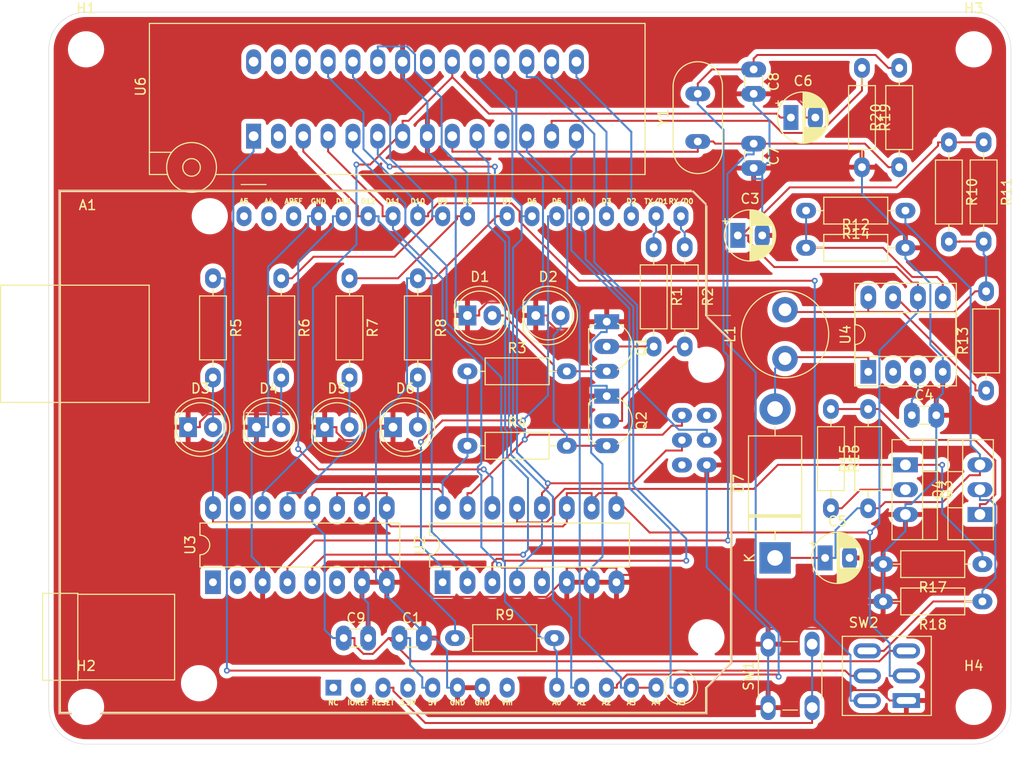
<source format=kicad_pcb>
(kicad_pcb (version 20240108) (generator "pcbnew") (generator_version "8.0")
  (layers (0 "F.Cu" signal) (31 "B.Cu" signal) (34 "B.Paste" user) (35 "F.Paste" user) (36 "B.SilkS" user "B.Silkscreen") (37 "F.SilkS" user "F.Silkscreen") (38 "B.Mask" user) (39 "F.Mask" user) (44 "Edge.Cuts" user))
  (net 0 "")
  (net 1 "+5V")
  (net 2 "GND")
  (net 3 "A")
  (net 4 "Net-(U4-TC)")
  (net 5 "+12V")
  (net 6 "AVCC")
  (net 7 "XTAL1")
  (net 8 "D")
  (net 9 "Net-(D1-A)")
  (net 10 "Net-(D2-A)")
  (net 11 "Net-(D3-A)")
  (net 12 "Net-(D4-A)")
  (net 13 "Net-(D5-A)")
  (net 14 "Net-(D6-A)")
  (net 15 "Net-(D7-A)")
  (net 16 "Net-(U4-DC)")
  (net 17 "Net-(Q1-B)")
  (net 18 "Net-(Q2-B)")
  (net 19 "B")
  (net 20 "Net-(Q3-D)")
  (net 21 "Net-(Q4-D)")
  (net 22 "Net-(Q4-G)")
  (net 23 "TXD")
  (net 24 "RXD")
  (net 25 "TG D7")
  (net 26 "TG D6")
  (net 27 "TG VCC")
  (net 28 "#WR")
  (net 29 "Net-(U4-Ipk)")
  (net 30 "Net-(U4-Vfb)")
  (net 31 "Net-(U6-PD7)")
  (net 32 "Reset")
  (net 33 "TG-Reset")
  (net 34 "Reset{slash}BS2")
  (net 35 "SCK{slash}Burn Ctrl")
  (net 36 "MISO{slash}TG D4")
  (net 37 "SCK{slash}TG D5")
  (net 38 "TG D4")
  (net 39 "TG D3")
  (net 40 "MISO{slash}RDY#BSY")
  (net 41 "MOSI{slash}#OE")
  (net 45 "C")
  (net 49 "TG D1")
  (net 50 "MOSI{slash}TG D3")
  (net 51 "TG D2")
  (net 52 "XA0")
  (net 53 "BS1")
  (net 57 "TG D0")
  (net 59 "XA1")
  (net 62 "TG Reset")
  (net 64 "VCC")
  (footprint "My_Misc:Crystal_HC49-4H_Vertical_large" (layer "F.Cu") (at 168.625 79.92 90)
    (property "Reference" "Y1")
    (property "Value" "16MHz")
  )
  (footprint "My_Misc:R_Axial_DIN0207_L6.3mm_D2.5mm_P10.16mm_Horizontal_large" (layer "F.Cu") (at 197.74 127 180)
    (property "Reference" "R18")
    (property "Value" "100k")
  )
  (footprint "MountingHole:MountingHole_3.2mm_M3" (layer "F.Cu") (at 196.85 70.485)
    (property "Reference" "H3")
    (property "Value" "MountingHole")
  )
  (footprint "My_Misc:CP_Radial_D5.0mm_P2.50mm_larger_pads" (layer "F.Cu") (at 178.15 77.47)
    (property "Reference" "C6")
    (property "Value" "0.1u")
  )
  (footprint "My_Misc:R_Axial_DIN0207_L6.3mm_D2.5mm_P10.16mm_Horizontal_large" (layer "F.Cu") (at 164.115 90.745 -90)
    (property "Reference" "R1")
    (property "Value" "10k")
  )
  (footprint "My_Misc:LED_D5.0mm_large" (layer "F.Cu") (at 145.065 97.73)
    (property "Reference" "D1")
    (property "Value" "TX  Yellow")
  )
  (footprint "MountingHole:MountingHole_3.2mm_M3" (layer "F.Cu") (at 196.85 137.795)
    (property "Reference" "H4")
    (property "Value" "MountingHole")
  )
  (footprint "My_Misc:ZIF_DIP_Socket-28_W6.9_W7.62_W7.62_W12.7_W13.5_large" (layer "F.Cu") (at 123.19 79.375 90)
    (property "Reference" "U6")
    (property "Value" "ATmega328P-PU")
  )
  (footprint "My_Misc:TO-92_Inline_Wide_large" (layer "F.Cu") (at 159.31 98.365 -90)
    (property "Reference" "Q1")
    (property "Value" "2N5551")
  )
  (footprint "My_Misc:LED_D5.0mm_large" (layer "F.Cu") (at 130.46 109.16)
    (property "Reference" "D5")
    (property "Value" "ERR Red")
  )
  (footprint "My_Misc:C_Disc_D3.0mm_W1.6mm_P2.50mm_larg" (layer "F.Cu") (at 132.405 130.75)
    (property "Reference" "C9")
    (property "Value" "0.1u")
  )
  (footprint "My_Misc:C_Disc_D3.0mm_W1.6mm_P2.50mm_larg" (layer "F.Cu") (at 174.34 80.14 -90)
    (property "Reference" "C7")
    (property "Value" "22p")
  )
  (footprint "My_Misc:LED_D5.0mm_large" (layer "F.Cu") (at 152.05 97.73)
    (property "Reference" "D2")
    (property "Value" "RX  Yellow")
  )
  (footprint "My_Misc:R_Axial_DIN0207_L6.3mm_D2.5mm_P10.16mm_Horizontal_large" (layer "F.Cu") (at 182.245 107.305 -90)
    (property "Reference" "R16")
    (property "Value" "3.3k")
  )
  (footprint "My_Arduino:Arduino_UNO_R3_shield_incl ICSP_headers_large" (layer "F.Cu") (at 169.545 113.03)
    (property "Reference" "A1")
    (property "Value" "Arduino_Uno_R3_Shield")
  )
  (footprint "MountingHole:MountingHole_3.2mm_M3" (layer "F.Cu") (at 106.045 137.795)
    (property "Reference" "H2")
    (property "Value" "MountingHole")
  )
  (footprint "Diode_THT:D_DO-201AD_P15.24mm_Horizontal" (layer "F.Cu") (at 176.53 122.545 90)
    (property "Reference" "D7")
    (property "Value" "1N5821")
  )
  (footprint "My_Misc:R_Axial_DIN0207_L6.3mm_D2.5mm_P10.16mm_Horizontal_large" (layer "F.Cu") (at 198.12 105.41 90)
    (property "Reference" "R13")
    (property "Value" "200R")
  )
  (footprint "My_Misc:C_Disc_D3.0mm_W1.6mm_P2.50mm_larg" (layer "F.Cu") (at 174.34 72.54 -90)
    (property "Reference" "C8")
    (property "Value" "22p")
  )
  (footprint "My_Misc:R_Axial_DIN0207_L6.3mm_D2.5mm_P10.16mm_Horizontal_large" (layer "F.Cu") (at 186.055 117.465 90)
    (property "Reference" "R15")
    (property "Value" "1.1k")
  )
  (footprint "My_Misc:R_Axial_DIN0207_L6.3mm_D2.5mm_P10.16mm_Horizontal_large" (layer "F.Cu") (at 167.29 90.745 -90)
    (property "Reference" "R2")
    (property "Value" "10k")
  )
  (footprint "My_Misc:DIP-8_W7.62mm_Socket_w_dip_packet_LongPads" (layer "F.Cu") (at 186.065 103.495 90)
    (property "Reference" "U4")
    (property "Value" "MC34063AP")
  )
  (footprint "My_Misc:LED_D5.0mm_large" (layer "F.Cu") (at 123.475 109.16)
    (property "Reference" "D4")
    (property "Value" "HB Yellow")
  )
  (footprint "My_Misc:R_Axial_DIN0207_L6.3mm_D2.5mm_P10.16mm_Horizontal_large" (layer "F.Cu") (at 139.985 93.92 -90)
    (property "Reference" "R8")
    (property "Value" "1k")
  )
  (footprint "MountingHole:MountingHole_3.2mm_M3" (layer "F.Cu") (at 106.045 70.485)
    (property "Reference" "H1")
    (property "Value" "MountingHole")
  )
  (footprint "My_Misc:R_Axial_DIN0207_L6.3mm_D2.5mm_P10.16mm_Horizontal_large" (layer "F.Cu") (at 145.065 111.065)
    (property "Reference" "R4")
    (property "Value" "1k")
  )
  (footprint "My_Misc:DIP-16_W7.62mm_LongPads w socket" (layer "F.Cu") (at 119.03 125.035 90)
    (property "Reference" "U3")
    (property "Value" "74HCT4053N")
  )
  (footprint "My_Misc:TO-220-3_Vertical_larger" (layer "F.Cu") (at 197.485 118.1 90)
    (property "Reference" "Q4")
    (property "Value" "NTP2955G")
  )
  (footprint "My_Misc:R_Axial_DIN0207_L6.3mm_D2.5mm_P10.16mm_Horizontal_large" (layer "F.Cu") (at 197.74 123.18 180)
    (property "Reference" "R17")
    (property "Value" "10k")
  )
  (footprint "My_Misc:R_Axial_DIN0207_L6.3mm_D2.5mm_P10.16mm_Horizontal_large" (layer "F.Cu") (at 145.065 103.445)
    (property "Reference" "R3")
    (property "Value" "1k")
  )
  (footprint "My_Parts:Switch sub-miniatyr 2-pole on-on" (layer "F.Cu") (at 187.96 134.62)
    (property "Reference" "SW2")
    (property "Value" "SW_DPDT_x2")
  )
  (footprint "My_Misc:R_Axial_DIN0207_L6.3mm_D2.5mm_P10.16mm_Horizontal_large" (layer "F.Cu") (at 143.795 130.75)
    (property "Reference" "R9")
    (property "Value" "10k")
  )
  (footprint "My_Misc:L_Radial_D8.7mm_P5.00mm_Fastron_07HCP" (layer "F.Cu") (at 177.545 102.145 90)
    (property "Reference" "L1")
    (property "Value" "100u")
  )
  (footprint "My_Misc:CP_Radial_D5.0mm_P2.50mm_larger_pads" (layer "F.Cu") (at 181.65 122.545)
    (property "Reference" "C5")
    (property "Value" "330u")
  )
  (footprint "My_Misc:LED_D5.0mm_large" (layer "F.Cu") (at 137.445 109.16)
    (property "Reference" "D6")
    (property "Value" "PGM Green")
  )
  (footprint "My_Misc:C_Disc_D3.0mm_W1.6mm_P2.50mm_larg" (layer "F.Cu") (at 190.52 107.94)
    (property "Reference" "C4")
    (property "Value" "680p")
  )
  (footprint "My_Misc:R_Axial_DIN0207_L6.3mm_D2.5mm_P10.16mm_Horizontal_large" (layer "F.Cu") (at 119.03 93.92 -90)
    (property "Reference" "R5")
    (property "Value" "1k")
  )
  (footprint "My_Misc:LED_D5.0mm_large" (layer "F.Cu") (at 116.49 109.16)
    (property "Reference" "D3")
    (property "Value" "PWR Green")
  )
  (footprint "My_Misc:R_Axial_DIN0207_L6.3mm_D2.5mm_P10.16mm_Horizontal_large" (layer "F.Cu") (at 194.31 80.01 -90)
    (property "Reference" "R10")
    (property "Value" "1R")
  )
  (footprint "My_Misc:R_Axial_DIN0207_L6.3mm_D2.5mm_P10.16mm_Horizontal_large" (layer "F.Cu") (at 197.865 80 -90)
    (property "Reference" "R11")
    (property "Value" "1R")
  )
  (footprint "My_Misc:R_Axial_DIN0207_L6.3mm_D2.5mm_P10.16mm_Horizontal_large" (layer "F.Cu") (at 189.23 82.55 90)
    (property "Reference" "R20")
    (property "Value" "1M")
  )
  (footprint "My_Misc:R_Axial_DIN0207_L6.3mm_D2.5mm_P10.16mm_Horizontal_large" (layer "F.Cu") (at 179.705 90.805)
    (property "Reference" "R12")
    (property "Value" "15k")
  )
  (footprint "My_Misc:SW_PUSH_6mm_large" (layer "F.Cu") (at 175.82 137.87 90)
    (property "Reference" "SW1")
    (property "Value" "Reset")
  )
  (footprint "My_Misc:TO-220-3_Vertical_larger" (layer "F.Cu") (at 189.865 113.02 -90)
    (property "Reference" "Q3")
    (property "Value" "STP16NF06")
  )
  (footprint "My_Misc:TO-92_Inline_Wide_large" (layer "F.Cu") (at 159.31 105.985 -90)
    (property "Reference" "Q2")
    (property "Value" "2N5551")
  )
  (footprint "My_Misc:R_Axial_DIN0207_L6.3mm_D2.5mm_P10.16mm_Horizontal_large" (layer "F.Cu") (at 189.865 86.995 180)
    (property "Reference" "R14")
    (property "Value" "130k")
  )
  (footprint "My_Misc:R_Axial_DIN0207_L6.3mm_D2.5mm_P10.16mm_Horizontal_large" (layer "F.Cu") (at 133 93.92 -90)
    (property "Reference" "R7")
    (property "Value" "1k")
  )
  (footprint "My_Misc:CP_Radial_D5.0mm_P2.50mm_larger_pads" (layer "F.Cu") (at 172.72 89.535)
    (property "Reference" "C3")
    (property "Value" "100u")
  )
  (footprint "My_Misc:C_Disc_D3.0mm_W1.6mm_P2.50mm_larg" (layer "F.Cu") (at 138.1 130.75)
    (property "Reference" "C1")
    (property "Value" "0.1u")
  )
  (footprint "My_Misc:R_Axial_DIN0207_L6.3mm_D2.5mm_P10.16mm_Horizontal_large" (layer "F.Cu") (at 126.015 93.92 -90)
    (property "Reference" "R6")
    (property "Value" "1k")
  )
  (footprint "My_Misc:DIP-16_W7.62mm_LongPads w socket" (layer "F.Cu") (at 142.525 125.035 90)
    (property "Reference" "U2")
    (property "Value" "74HCT4053N")
  )
  (footprint "My_Misc:R_Axial_DIN0207_L6.3mm_D2.5mm_P10.16mm_Horizontal_large" (layer "F.Cu") (at 185.42 72.39 -90)
    (property "Reference" "R19")
    (property "Value" "1k")
  )
  (gr_line (start 106.045 66.675) (end 196.85 66.675) (stroke (width 0.05)) (layer "Edge.Cuts"))
  (gr_arc (start 200.66 137.795) (mid 199.544077 140.489077) (end 196.85 141.605) (stroke (width 0.05)) (layer "Edge.Cuts"))
  (gr_line (start 196.85 141.605) (end 106.045 141.605) (stroke (width 0.05)) (layer "Edge.Cuts"))
  (gr_line (start 200.66 70.485) (end 200.66 137.795) (stroke (width 0.05)) (layer "Edge.Cuts"))
  (gr_arc (start 106.045 141.605) (mid 103.350923 140.489077) (end 102.235 137.795) (stroke (width 0.05)) (layer "Edge.Cuts"))
  (gr_arc (start 102.235 70.485) (mid 103.350923 67.790923) (end 106.045 66.675) (stroke (width 0.05)) (layer "Edge.Cuts"))
  (gr_arc (start 196.85 66.675) (mid 199.544077 67.790923) (end 200.66 70.485) (stroke (width 0.05)) (layer "Edge.Cuts"))
  (gr_line (start 102.235 137.795) (end 102.235 70.485) (stroke (width 0.05)) (layer "Edge.Cuts"))
  (segment (start 142.102099 115.4904) (end 142.524999 115.9133) (width 0.2) (layer "F.Cu") (net 1))
  (segment (start 187.194499 133.1238) (end 188.258297 132.059992) (width 0.2) (layer "F.Cu") (net 1))
  (segment (start 135.382299 132.365999) (end 136.998207 130.749968) (width 0.2) (layer "F.Cu") (net 1))
  (segment (start 142.524999 115.9133) (end 142.525 117.415) (width 0.2) (layer "F.Cu") (net 1))
  (segment (start 129.190001 115.9133) (end 129.612894 115.490386) (width 0.2) (layer "F.Cu") (net 1))
  (segment (start 133.5067 131.444999) (end 133.506699 130.75) (width 0.2) (layer "F.Cu") (net 1))
  (segment (start 129.19 116.66415) (end 129.18995 118.91665) (width 0.2) (layer "F.Cu") (net 1))
  (segment (start 134.427699 132.366001) (end 135.382299 132.365999) (width 0.2) (layer "F.Cu") (net 1))
  (segment (start 129.19 116.66415) (end 129.190001 115.9133) (width 0.2) (layer "F.Cu") (net 1))
  (segment (start 133.5067 131.444999) (end 134.427699 132.366001) (width 0.2) (layer "F.Cu") (net 1))
  (segment (start 119.02995 118.91675) (end 119.03 117.415) (width 0.2) (layer "F.Cu") (net 1))
  (segment (start 139.3721 133.123799) (end 136.998207 130.749968) (width 0.2) (layer "F.Cu") (net 1))
  (segment (start 136.998207 130.749968) (end 138.1 130.75) (width 0.2) (layer "F.Cu") (net 1))
  (segment (start 142.102099 115.4904) (end 129.612894 115.490386) (width 0.2) (layer "F.Cu") (net 1))
  (segment (start 119.02995 118.91675) (end 129.18995 118.91665) (width 0.2) (layer "F.Cu") (net 1))
  (segment (start 188.258297 132.059992) (end 189.96 132.06) (width 0.2) (layer "F.Cu") (net 1))
  (segment (start 139.3721 133.123799) (end 187.194499 133.1238) (width 0.2) (layer "F.Cu") (net 1))
  (segment (start 133.506699 130.75) (end 132.405 130.75) (width 0.2) (layer "F.Cu") (net 1))
  (segment (start 140.44135 135.82995) (end 141.505 135.83) (width 0.2) (layer "B.Cu") (net 1))
  (segment (start 130.459999 120.1867) (end 129.18998 118.916708) (width 0.2) (layer "B.Cu") (net 1))
  (segment (start 120.231712 109.773804) (end 119.030001 110.9755) (width 0.2) (layer "B.Cu") (net 1))
  (segment (start 131.303298 130.750005) (end 130.459999 129.9067) (width 0.2) (layer "B.Cu") (net 1))
  (segment (start 119.030001 110.9755) (end 119.03 117.415) (width 0.2) (layer "B.Cu") (net 1))
  (segment (start 120.131699 93.92) (end 120.231699 94.02) (width 0.2) (layer "B.Cu") (net 1))
  (segment (start 130.459999 129.9067) (end 130.459999 120.1867) (width 0.2) (layer "B.Cu") (net 1))
  (segment (start 145.065 110.51415) (end 145.064979 112.166691) (width 0.2) (layer "B.Cu") (net 1))
  (segment (start 142.525012 114.706706) (end 142.525 117.415) (width 0.2) (layer "B.Cu") (net 1))
  (segment (start 139.201688 133.526704) (end 139.20165 130.75005) (width 0.2) (layer "B.Cu") (net 1))
  (segment (start 120.231699 94.02) (end 120.231712 109.773804) (width 0.2) (layer "B.Cu") (net 1))
  (segment (start 139.20165 130.75005) (end 138.1 130.75) (width 0.2) (layer "B.Cu") (net 1))
  (segment (start 145.065 110.51415) (end 145.065 103.445) (width 0.2) (layer "B.Cu") (net 1))
  (segment (start 131.303298 130.750005) (end 132.405 130.75) (width 0.2) (layer "B.Cu") (net 1))
  (segment (start 139.201688 133.526704) (end 140.441314 134.766294) (width 0.2) (layer "B.Cu") (net 1))
  (segment (start 129.18998 118.916708) (end 129.19 117.415) (width 0.2) (layer "B.Cu") (net 1))
  (segment (start 120.131699 93.92) (end 119.03 93.92) (width 0.2) (layer "B.Cu") (net 1))
  (segment (start 140.441314 134.766294) (end 140.44135 135.82995) (width 0.2) (layer "B.Cu") (net 1))
  (segment (start 142.525012 114.706706) (end 145.064979 112.166691) (width 0.2) (layer "B.Cu") (net 1))
  (segment (start 160.305 124.2841) (end 170.305797 124.284104) (width 0.2) (layer "F.Cu") (net 2))
  (segment (start 178.219999 75.04) (end 174.34 75.04) (width 0.2) (layer "F.Cu") (net 2))
  (segment (start 155.225 123.53555) (end 155.225 123.58445) (width 0.2) (layer "F.Cu") (net 2))
  (segment (start 155.225 123.58445) (end 155.225 123.68375) (width 0.2) (layer "F.Cu") (net 2))
  (segment (start 153.141399 126.5367) (end 155.225 124.4531) (width 0.2) (layer "F.Cu") (net 2))
  (segment (start 186.2623 123.179999) (end 185.627299 122.545) (width 0.2) (layer "F.Cu") (net 2))
  (segment (start 144.045 135.83) (end 146.585 135.83) (width 0.2) (layer "F.Cu") (net 2))
  (segment (start 122.2733 107.83525) (end 127.933599 107.8353) (width 0.2) (layer "F.Cu") (net 2))
  (segment (start 176.042004 136.07631) (end 175.820001 136.2983) (width 0.2) (layer "F.Cu") (net 2))
  (segment (start 132.458 110.481999) (end 131.661721 109.685691) (width 0.2) (layer "F.Cu") (net 2))
  (segment (start 184.228287 82.63997) (end 184.318293 82.549984) (width 0.2) (layer "F.Cu") (net 2))
  (segment (start 175.820001 136.2983) (end 175.82 137.87) (width 0.2) (layer "F.Cu") (net 2))
  (segment (start 157.030299 99.073) (end 154.069 99.072999) (width 0.2) (layer "F.Cu") (net 2))
  (segment (start 179.586314 76.406294) (end 178.219999 75.04) (width 0.2) (layer "F.Cu") (net 2))
  (segment (start 146.26665 97.72995) (end 146.266721 97.204309) (width 0.2) (layer "F.Cu") (net 2))
  (segment (start 160.305 123.9087) (end 160.305 124.2841) (width 0.2) (layer "F.Cu") (net 2))
  (segment (start 155.22575 123.5333) (end 157.014199 123.5333) (width 0.2) (layer "F.Cu") (net 2))
  (segment (start 150.848296 97.730008) (end 151.79755 97.73) (width 0.2) (layer "F.Cu") (net 2))
  (segment (start 138.596601 123.533296) (end 136.81 123.533301) (width 0.2) (layer "F.Cu") (net 2))
  (segment (start 187.194599 136.0763) (end 176.042004 136.07631) (width 0.2) (layer "F.Cu") (net 2))
  (segment (start 122.27325 109.16005) (end 122.2733 107.83525) (width 0.2) (layer "F.Cu") (net 2))
  (segment (start 187.579979 128.101691) (end 187.58 127) (width 0.2) (layer "F.Cu") (net 2))
  (segment (start 153.141399 126.5367) (end 141.6 126.536699) (width 0.2) (layer "F.Cu") (net 2))
  (segment (start 160.305 124.2841) (end 160.305 125.035) (width 0.2) (layer "F.Cu") (net 2))
  (segment (start 160.304999 123.5333) (end 157.765 123.533301) (width 0.2) (layer "F.Cu") (net 2))
  (segment (start 160.305 124.6595) (end 160.304999 123.5333) (width 0.2) (layer "F.Cu") (net 2))
  (segment (start 187.579979 128.101691) (end 185.883399 129.7983) (width 0.2) (layer "F.Cu") (net 2))
  (segment (start 170.305797 124.284104) (end 175.819974 129.798292) (width 0.2) (layer "F.Cu") (net 2))
  (segment (start 155.225 123.53405) (end 155.225 123.53555) (width 0.2) (layer "F.Cu") (net 2))
  (segment (start 157.764995 124.284091) (end 157.765 125.035) (width 0.2) (layer "F.Cu") (net 2))
  (segment (start 188.2583 137.139999) (end 189.96 137.14) (width 0.2) (layer "F.Cu") (net 2))
  (segment (start 155.225 123.68375) (end 155.225 125.035) (width 0.2) (layer "F.Cu") (net 2))
  (segment (start 117.691721 108.634309) (end 118.490704 107.83531) (width 0.2) (layer "F.Cu") (net 2))
  (segment (start 134.26995 123.53325) (end 134.27 125.035) (width 0.2) (layer "F.Cu") (net 2))
  (segment (start 157.765 123.533301) (end 157.765 124.6595) (width 0.2) (layer "F.Cu") (net 2))
  (segment (start 136.81 123.533301) (end 136.81 124.6595) (width 0.2) (layer "F.Cu") (net 2))
  (segment (start 146.26665 97.72995) (end 145.065 97.73) (width 0.2) (layer "F.Cu") (net 2))
  (segment (start 138.596601 123.533296) (end 141.6 126.536699) (width 0.2) (layer "F.Cu") (net 2))
  (segment (start 175.819974 129.798292) (end 175.82 131.37) (width 0.2) (layer "F.Cu") (net 2))
  (segment (start 117.69165 109.15995) (end 117.691721 108.634309) (width 0.2) (layer "F.Cu") (net 2))
  (segment (start 155.22575 123.5333) (end 155.224943 123.533243) (width 0.2) (layer "F.Cu") (net 2))
  (segment (start 179.58635 77.46995) (end 179.586314 76.406294) (width 0.2) (layer "F.Cu") (net 2))
  (segment (start 136.243292 109.15998) (end 134.921299 110.482) (width 0.2) (layer "F.Cu") (net 2))
  (segment (start 175.819974 129.798292) (end 185.883399 129.7983) (width 0.2) (layer "F.Cu") (net 2))
  (segment (start 155.225 123.68375) (end 155.225 123.58445) (width 0.2) (layer "F.Cu") (net 2))
  (segment (start 154.069 99.072999) (end 153.251721 98.255691) (width 0.2) (layer "F.Cu") (net 2))
  (segment (start 186.2623 123.179999) (end 187.58 123.18) (width 0.2) (layer "F.Cu") (net 2))
  (segment (start 122.2733 107.83525) (end 118.490704 107.83531) (width 0.2) (layer "F.Cu") (net 2))
  (segment (start 184.228287 82.63997) (end 174.34 82.64) (width 0.2) (layer "F.Cu") (net 2))
  (segment (start 117.69165 109.15995) (end 116.49 109.16) (width 0.2) (layer "F.Cu") (net 2))
  (segment (start 129.258296 109.160008) (end 130.46 109.16) (width 0.2) (layer "F.Cu") (net 2))
  (segment (start 136.809995 124.284091) (end 136.81 125.035) (width 0.2) (layer "F.Cu") (net 2))
  (segment (start 179.58635 77.46995) (end 180.65 77.47) (width 0.2) (layer "F.Cu") (net 2))
  (segment (start 157.738295 98.364988) (end 159.31 98.365) (width 0.2) (layer "F.Cu") (net 2))
  (segment (start 131.66175 109.15995) (end 130.46 109.16) (width 0.2) (layer "F.Cu") (net 2))
  (segment (start 146.266721 97.204309) (end 147.071697 96.399292) (width 0.2) (layer "F.Cu") (net 2))
  (segment (start 129.258296 109.160008) (end 127.933599 107.8353) (width 0.2) (layer "F.Cu") (net 2))
  (segment (start 132.458 110.481999) (end 134.921299 110.482) (width 0.2) (layer "F.Cu") (net 2))
  (segment (start 147.071697 96.399292) (end 149.517599 96.3993) (width 0.2) (layer "F.Cu") (net 2))
  (segment (start 155.225 123.68375) (end 155.225 124.4531) (width 0.2) (layer "F.Cu") (net 2))
  (segment (start 152.30245 97.73) (end 151.79755 97.73) (width 0.2) (layer "F.Cu") (net 2))
  (segment (start 155.225 123.53405) (end 155.224943 123.533243) (width 0.2) (layer "F.Cu") (net 2))
  (segment (start 157.014199 123.5333) (end 157.764995 124.284091) (width 0.2) (layer "F.Cu") (net 2))
  (segment (start 157.738295 98.364988) (end 157.030299 99.073) (width 0.2) (layer "F.Cu") (net 2))
  (segment (start 122.27325 109.16005) (end 123.475 109.16) (width 0.2) (layer "F.Cu") (net 2))
  (segment (start 185.627299 122.545) (end 184.15 122.545) (width 0.2) (layer "F.Cu") (net 2))
  (segment (start 136.059199 123.5333) (end 136.809995 124.284091) (width 0.2) (layer "F.Cu") (net 2))
  (segment (start 153.251721 98.255691) (end 153.25175 97.72995) (width 0.2) (layer "F.Cu") (net 2))
  (segment (start 188.2583 137.139999) (end 187.194599 136.0763) (width 0.2) (layer "F.Cu") (net 2))
  (segment (start 136.81 123.9087) (end 136.809992 124.284083) (width 0.2) (layer "F.Cu") (net 2))
  (segment (start 136.059199 123.5333) (end 134.26995 123.53325) (width 0.2) (layer "F.Cu") (net 2))
  (segment (start 150.848296 97.730008) (end 149.517599 96.3993) (width 0.2) (layer "F.Cu") (net 2))
  (segment (start 184.318293 82.549984) (end 185.42 82.55) (width 0.2) (layer "F.Cu") (net 2))
  (segment (start 131.661721 109.685691) (end 131.66175 109.15995) (width 0.2) (layer "F.Cu") (net 2))
  (segment (start 136.243292 109.15998) (end 137.445 109.16) (width 0.2) (layer "F.Cu") (net 2))
  (segment (start 152.80735 97.73) (end 153.25175 97.72995) (width 0.2) (layer "F.Cu") (net 2))
  (segment (start 152.80735 97.73) (end 152.30245 97.73) (width 0.2) (layer "F.Cu") (net 2))
  (segment (start 157.765 123.9087) (end 157.764992 124.284083) (width 0.2) (layer "F.Cu") (net 2))
  (segment (start 189.865 90.5295) (end 189.865 90.52955) (width 0.2) (layer "B.Cu") (net 2))
  (segment (start 193.685018 101.993292) (end 192.41499 100.723304) (width 0.2) (layer "B.Cu") (net 2))
  (segment (start 193.685011 105.703304) (end 193.685 103.495) (width 0.2) (layer "B.Cu") (net 2))
  (segment (start 128.76125 87.56995) (end 129.825 87.57) (width 0.2) (layer "B.Cu") (net 2))
  (segment (start 141.701696 130.750008) (end 140.8755 130.75) (width 0.2) (layer "B.Cu") (net 2))
  (segment (start 189.865021 91.90669) (end 189.865 91.08045) (width 0.2) (layer "B.Cu") (net 2))
  (segment (start 175.219999 83.741699) (end 175.22 89.535) (width 0.2) (layer "B.Cu") (net 2))
  (segment (start 159.30995 99.42865) (end 159.31 98.365) (width 0.2) (layer "B.Cu") (net 2))
  (segment (start 123.474997 110.477699) (end 123.475 109.16) (width 0.2) (layer "B.Cu") (net 2))
  (segment (start 138.42998 73.326707) (end 140.970012 75.866695) (width 0.2) (layer "B.Cu") (net 2))
  (segment (start 135.705601 109.6977) (end 136.243298 109.159996) (width 0.2) (layer "B.Cu") (net 2))
  (segment (start 185.41998 85.258308) (end 185.42 82.55) (width 0.2) (layer "B.Cu") (net 2))
  (segment (start 187.58 123.45545) (end 187.58 127) (width 0.2) (layer "B.Cu") (net 2))
  (segment (start 134.904999 127.1717) (end 134.269995 126.536702) (width 0.2) (layer "B.Cu") (net 2))
  (segment (start 193.02 107.54705) (end 193.02 108.33295) (width 0.2) (layer "B.Cu") (net 2))
  (segment (start 175.820017 129.798293) (end 175.82 132.15585) (width 0.2) (layer "B.Cu") (net 2))
  (segment (start 192.41499 100.723304) (end 192.414999 94.4567) (width 0.2) (layer "B.Cu") (net 2))
  (segment (start 135.705588 124.681404) (end 135.705601 109.6977) (width 0.2) (layer "B.Cu") (net 2))
  (segment (start 141.701696 130.750008) (end 142.981299 132.0296) (width 0.2) (layer "B.Cu") (net 2))
  (segment (start 157.720499 111.7886) (end 157.72045 104.9213) (width 0.2) (layer "B.Cu") (net 2))
  (segment (start 140.96998 80.946707) (end 143.863299 83.84) (width 0.2) (layer "B.Cu") (net 2))
  (segment (start 157.720499 100.4365) (end 157.72045 104.9213) (width 0.2) (layer "B.Cu") (net 2))
  (segment (start 141.150903 130.749995) (end 136.937602 126.536693) (width 0.2) (layer "B.Cu") (net 2))
  (segment (start 175.82 132.15585) (end 175.82 137.87) (width 0.2) (layer "B.Cu") (net 2))
  (segment (start 185.41998 85.258308) (end 189.864992 89.703303) (width 0.2) (layer "B.Cu") (net 2))
  (segment (start 193.020003 114.474301) (end 193.02 108.33295) (width 0.2) (layer "B.Cu") (net 2))
  (segment (start 159.30995 104.92135) (end 157.72045 104.9213) (width 0.2) (layer "B.Cu") (net 2))
  (segment (start 128.761279 88.633691) (end 128.76125 87.56995) (width 0.2) (layer "B.Cu") (net 2))
  (segment (start 135.705588 124.681404) (end 136.809995 125.785791) (width 0.2) (layer "B.Cu") (net 2))
  (segment (start 187.58 122.90455) (end 187.58 122.9045) (width 0.2) (layer "B.Cu") (net 2))
  (segment (start 124.676703 92.718301) (end 128.761279 88.633691) (width 0.2) (layer "B.Cu") (net 2))
  (segment (start 187.58 122.90455) (end 187.58 123.45545) (width 0.2) (layer "B.Cu") (net 2))
  (segment (start 193.019987 106.368295) (end 193.685011 105.703304) (width 0.2) (layer "B.Cu") (net 2))
  (segment (start 158.876199 112.9443) (end 157.720499 111.7886) (width 0.2) (layer "B.Cu") (net 2))
  (segment (start 157.720499 100.4365) (end 158.728292 99.42868) (width 0.2) (layer "B.Cu") (net 2))
  (segment (start 190.458001 117.036303) (end 193.020003 114.474301) (width 0.2) (layer "B.Cu") (net 2))
  (segment (start 142.98135 135.82995) (end 144.045 135.83) (width 0.2) (layer "B.Cu") (net 2))
  (segment (start 134.904999 127.1717) (end 134.905 130.75) (width 0.2) (layer "B.Cu") (net 2))
  (segment (start 143.863299 83.84) (end 143.86325 97.73005) (width 0.2) (layer "B.Cu") (net 2))
  (segment (start 175.820017 129.798293) (end 169.545015 123.523292) (width 0.2) (layer "B.Cu") (net 2))
  (segment (start 159.30995 104.92135) (end 159.31 105.985) (width 0.2) (layer "B.Cu") (net 2))
  (segment (start 189.865 90.52955) (end 189.865 91.08045) (width 0.2) (layer "B.Cu") (net 2))
  (segment (start 124.110018 123.533292) (end 124.11 125.035) (width 0.2) (layer "B.Cu") (net 2))
  (segment (start 158.876199 112.9443) (end 158.876215 122.422105) (width 0.2) (layer "B.Cu") (net 2))
  (segment (start 138.42998 73.326707) (end 138.43 71.755) (width 0.2) (layer "B.Cu") (net 2))
  (segment (start 134.269995 126.536702) (end 134.27 125.035) (width 0.2) (layer "B.Cu") (net 2))
  (segment (start 175.960199 77.7619) (end 175.960179 82.019591) (width 0.2) (layer "B.Cu") (net 2))
  (segment (start 124.67665 109.15995) (end 123.475 109.16) (width 0.2) (layer "B.Cu") (net 2))
  (segment (start 141.150903 130.749995) (end 140.6 130.75) (width 0.2) (layer "B.Cu") (net 2))
  (segment (start 123.474997 110.477699) (end 122.998701 110.954) (width 0.2) (layer "B.Cu") (net 2))
  (segment (start 136.937602 126.536693) (end 136.810001 126.5367) (width 0.2) (layer "B.Cu") (net 2))
  (segment (start 189.864992 89.703303) (end 189.865 90.5295) (width 0.2) (layer "B.Cu") (net 2))
  (segment (start 175.710001 82.128) (end 175.22 82.618) (width 0.2) (layer "B.Cu") (net 2))
  (segment (start 187.580007 122.078303) (end 187.58 122.9045) (width 0.2) (layer "B.Cu") (net 2))
  (segment (start 190.458001 117.036303) (end 189.865 117.036301) (width 0.2) (layer "B.Cu") (net 2))
  (segment (start 122.998697 122.422001) (end 124.110018 123.533292) (width 0.2) (layer "B.Cu") (net 2))
  (segment (start 175.219999 83.741699) (end 175.22 82.618) (width 0.2) (layer "B.Cu") (net 2))
  (segment (start 193.685018 101.993292) (end 193.685 103.495) (width 0.2) (layer "B.Cu") (net 2))
  (segment (start 140.96998 80.946707) (end 140.97 79.375) (width 0.2) (layer "B.Cu") (net 2))
  (segment (start 189.865 117.036301) (end 189.865 118.1) (width 0.2) (layer "B.Cu") (net 2))
  (segment (start 174.340021 76.14169) (end 175.960199 77.7619) (width 0.2) (layer "B.Cu") (net 2))
  (segment (start 136.809995 125.785791) (end 136.81 125.035) (width 0.2) (layer "B.Cu") (net 2))
  (segment (start 174.340001 83.7417) (end 174.34 82.64) (width 0.2) (layer "B.Cu") (net 2))
  (segment (start 142.98135 135.82995) (end 142.981299 132.0296) (width 0.2) (layer "B.Cu") (net 2))
  (segment (start 189.865021 91.90669) (end 192.414999 94.4567) (width 0.2) (layer "B.Cu") (net 2))
  (segment (start 187.580007 122.078303) (end 189.864979 119.793291) (width 0.2) (layer "B.Cu") (net 2))
  (segment (start 174.78 83.7417) (end 175.219999 83.7417) (width 0.2) (layer "B.Cu") (net 2))
  (segment (start 124.676703 92.718301) (end 124.67665 109.15995) (width 0.2) (layer "B.Cu") (net 2))
  (segment (start 157.765011 123.533304) (end 158.876215 122.422105) (width 0.2) (layer "B.Cu") (net 2))
  (segment (start 175.22 83.741699) (end 174.340001 83.7417) (width 0.2) (layer "B.Cu") (net 2))
  (segment (start 136.810001 126.5367) (end 136.809995 125.785791) (width 0.2) (layer "B.Cu") (net 2))
  (segment (start 193.02 107.547) (end 193.02 107.54705) (width 0.2) (layer "B.Cu") (net 2))
  (segment (start 169.545015 123.523292) (end 169.545 113.03) (width 0.2) (layer "B.Cu") (net 2))
  (segment (start 157.765011 123.533304) (end 157.765 125.035) (width 0.2) (layer "B.Cu") (net 2))
  (segment (start 143.86325 97.73005) (end 145.065 97.73) (width 0.2) (layer "B.Cu") (net 2))
  (segment (start 175.851795 82.127989) (end 175.960179 82.019591) (width 0.2) (layer "B.Cu") (net 2))
  (segment (start 189.865 118.1) (end 189.864979 119.793291) (width 0.2) (layer "B.Cu") (net 2))
  (segment (start 158.728292 99.42868) (end 159.30995 99.42865) (width 0.2) (layer "B.Cu") (net 2))
  (segment (start 122.998697 122.422001) (end 122.998701 110.954) (width 0.2) (layer "B.Cu") (net 2))
  (segment (start 140.970012 75.866695) (end 140.97 79.375) (width 0.2) (layer "B.Cu") (net 2))
  (segment (start 136.243298 109.159996) (end 137.445 109.16) (width 0.2) (layer "B.Cu") (net 2))
  (segment (start 141.4263 130.75) (end 141.150903 130.749992) (width 0.2) (layer "B.Cu") (net 2))
  (segment (start 175.710001 82.128) (end 175.851795 82.127989) (width 0.2) (layer "B.Cu") (net 2))
  (segment (start 193.019987 106.368295) (end 193.02 107.547) (width 0.2) (layer "B.Cu") (net 2))
  (segment (start 174.340021 76.14169) (end 174.34 75.04) (width 0.2) (layer "B.Cu") (net 2))
  (segment (start 160.305 116.23135) (end 160.30498 116.549408) (width 0.2) (layer "F.Cu") (net 3))
  (segment (start 155.22495 115.91325) (end 155.225 116.7646) (width 0.2) (layer "F.Cu") (net 3))
  (segment (start 194.31 80.01) (end 193.20825 80.00995) (width 0.2) (layer "F.Cu") (net 3))
  (segment (start 178.024607 84.616916) (end 173.106501 89.534987) (width 0.2) (layer "F.Cu") (net 3))
  (segment (start 195.428771 80) (end 195.421705 80.000012) (width 0.2) (layer "F.Cu") (net 3))
  (segment (start 135.020801 115.913303) (end 136.81005 115.91325) (width 0.2) (layer "F.Cu") (net 3))
  (segment (start 134.270001 116.664099) (end 135.020801 115.913303) (width 0.2) (layer "F.Cu") (net 3))
  (segment (start 137.211712 119.31837) (end 136.809982 118.916707) (width 0.2) (layer "F.Cu") (net 3))
  (segment (start 195.4167 80.005) (end 195.411699 80.01) (width 0.2) (layer "F.Cu") (net 3))
  (segment (start 190.576995 94.37331) (end 191.144999 94.3733) (width 0.2) (layer "F.Cu") (net 3))
  (segment (start 188.937697 84.616895) (end 178.024607 84.616916) (width 0.2) (layer "F.Cu") (net 3))
  (segment (start 131.72995 115.91325) (end 131.73 117.415) (width 0.2) (layer "F.Cu") (net 3))
  (segment (start 160.305 116.86745) (end 160.30505 115.91325) (width 0.2) (layer "F.Cu") (net 3))
  (segment (start 155.225 116.7646) (end 155.225 117.1982) (width 0.2) (layer "F.Cu") (net 3))
  (segment (start 173.78375 89.53495) (end 173.78368 90.116708) (width 0.2) (layer "F.Cu") (net 3))
  (segment (start 173.78368 90.116708) (end 176.4395 92.772499) (width 0.2) (layer "F.Cu") (net 3))
  (segment (start 137.211712 119.31837) (end 154.823287 119.31837) (width 0.2) (layer "F.Cu") (net 3))
  (segment (start 194.31 80.01) (end 195.404628 80.01) (width 0.2) (layer "F.Cu") (net 3))
  (segment (start 136.809982 118.916707) (end 136.81 117.415) (width 0.2) (layer "F.Cu") (net 3))
  (segment (start 155.22495 115.91325) (end 157.764999 115.9133) (width 0.2) (layer "F.Cu") (net 3))
  (segment (start 195.4167 80.005) (end 195.421705 80.000012) (width 0.2) (layer "F.Cu") (net 3))
  (segment (start 188.976199 92.7725) (end 176.4395 92.772499) (width 0.2) (layer "F.Cu") (net 3))
  (segment (start 160.304913 116.549218) (end 163.697002 119.941395) (width 0.2) (layer "F.Cu") (net 3))
  (segment (start 157.765 117.0395) (end 157.764999 115.9133) (width 0.2) (layer "F.Cu") (net 3))
  (segment (start 158.515801 115.913303) (end 160.30505 115.91325) (width 0.2) (layer "F.Cu") (net 3))
  (segment (start 134.27 117.0395) (end 134.269999 115.9133) (width 0.2) (layer "F.Cu") (net 3))
  (segment (start 193.208279 80.346291) (end 188.937697 84.616895) (width 0.2) (layer "F.Cu") (net 3))
  (segment (start 173.106501 89.534987) (end 172.72 89.535) (width 0.2) (layer "F.Cu") (net 3))
  (segment (start 136.81005 115.91325) (end 136.81 117.415) (width 0.2) (layer "F.Cu") (net 3))
  (segment (start 160.304913 116.549218) (end 160.305 117.415) (width 0.2) (layer "F.Cu") (net 3))
  (segment (start 158.515801 115.913303) (end 157.765001 116.664099) (width 0.2) (layer "F.Cu") (net 3))
  (segment (start 134.27 116.2887) (end 134.270001 116.664098) (width 0.2) (layer "F.Cu") (net 3))
  (segment (start 157.765 116.2887) (end 157.765001 116.664098) (width 0.2) (layer "F.Cu") (net 3))
  (segment (start 195.404628 80.01) (end 195.411699 80.01) (width 0.2) (layer "F.Cu") (net 3))
  (segment (start 134.270001 116.664099) (end 134.27 117.415) (width 0.2) (layer "F.Cu") (net 3))
  (segment (start 193.20825 80.00995) (end 193.208279 80.346291) (width 0.2) (layer "F.Cu") (net 3))
  (segment (start 154.823287 119.31837) (end 155.225018 118.916707) (width 0.2) (layer "F.Cu") (net 3))
  (segment (start 155.225018 118.916707) (end 155.225 117.6318) (width 0.2) (layer "F.Cu") (net 3))
  (segment (start 191.144999 94.3733) (end 191.145 95.875) (width 0.2) (layer "F.Cu") (net 3))
  (segment (start 157.765001 116.664099) (end 157.765 117.415) (width 0.2) (layer "F.Cu") (net 3))
  (segment (start 195.428771 80) (end 197.865 80) (width 0.2) (layer "F.Cu") (net 3))
  (segment (start 163.697002 119.941395) (end 186.2425 119.9414) (width 0.2) (layer "F.Cu") (net 3))
  (segment (start 155.225 117.1982) (end 155.225 117.6318) (width 0.2) (layer "F.Cu") (net 3))
  (segment (start 173.78375 89.53495) (end 173.106501 89.534987) (width 0.2) (layer "F.Cu") (net 3))
  (segment (start 134.269999 115.9133) (end 131.72995 115.91325) (width 0.2) (layer "F.Cu") (net 3))
  (segment (start 188.976199 92.7725) (end 190.576995 94.37331) (width 0.2) (layer "F.Cu") (net 3))
  (via (at 186.2425 119.9414) (size 0.6) (drill 0.3) (layers "F.Cu" "B.Cu") (net 3))
  (segment (start 191.144979 97.376691) (end 187.206475 101.31519) (width 0.2) (layer "B.Cu") (net 3))
  (segment (start 186.2425 119.9414) (end 187.206479 118.977391) (width 0.2) (layer "B.Cu") (net 3))
  (segment (start 136.810015 122.046692) (end 136.81 117.415) (width 0.2) (layer "B.Cu") (net 3))
  (segment (start 188.25835 134.61995) (end 189.96 134.62) (width 0.2) (layer "B.Cu") (net 3))
  (segment (start 143.794977 129.03171) (end 143.795 130.75) (width 0.2) (layer "B.Cu") (net 3))
  (segment (start 186.242506 129.264097) (end 188.258299 131.2799) (width 0.2) (layer "B.Cu") (net 3))
  (segment (start 187.206475 101.31519) (end 187.206479 118.977391) (width 0.2) (layer "B.Cu") (net 3))
  (segment (start 191.144979 97.376691) (end 191.145 95.875) (width 0.2) (layer "B.Cu") (net 3))
  (segment (start 188.258299 131.2799) (end 188.25835 134.61995) (width 0.2) (layer "B.Cu") (net 3))
  (segment (start 136.810015 122.046692) (end 143.794977 129.03171) (width 0.2) (layer "B.Cu") (net 3))
  (segment (start 186.2425 119.9414) (end 186.242506 129.264097) (width 0.2) (layer "B.Cu") (net 3))
  (segment (start 190.520001 106.3683) (end 191.145017 105.743307) (width 0.2) (layer "B.Cu") (net 4))
  (segment (start 191.145017 105.743307) (end 191.145 103.495) (width 0.2) (layer "B.Cu") (net 4))
  (segment (start 190.520001 106.3683) (end 190.52 107.94) (width 0.2) (layer "B.Cu") (net 4))
  (segment (start 193.674999 116.829998) (end 196.421292 114.08368) (width 0.2) (layer "F.Cu") (net 5))
  (segment (start 197.48495 114.08365) (end 197.485 113.02) (width 0.2) (layer "F.Cu") (net 5))
  (segment (start 176.53 122.545) (end 181.65 122.545) (width 0.2) (layer "F.Cu") (net 5))
  (segment (start 187.156699 117.465) (end 186.055 117.465) (width 0.2) (layer "F.Cu") (net 5))
  (segment (start 193.674999 116.829998) (end 187.791698 116.829996) (width 0.2) (layer "F.Cu") (net 5))
  (segment (start 187.156699 117.465) (end 187.791698 116.829996) (width 0.2) (layer "F.Cu") (net 5))
  (segment (start 196.421292 114.08368) (end 197.48495 114.08365) (width 0.2) (layer "F.Cu") (net 5))
  (segment (start 184.953292 117.46498) (end 186.055 117.465) (width 0.2) (layer "B.Cu") (net 5))
  (segment (start 182.71365 122.54495) (end 181.65 122.545) (width 0.2) (layer "B.Cu") (net 5))
  (segment (start 196.536287 111.007605) (end 196.536295 94.945202) (width 0.2) (layer "B.Cu") (net 5))
  (segment (start 182.713709 119.704604) (end 184.953292 117.46498) (width 0.2) (layer "B.Cu") (net 5))
  (segment (start 197.485014 111.956294) (end 197.485 113.02) (width 0.2) (layer "B.Cu") (net 5))
  (segment (start 189.86498 88.273908) (end 189.865 86.995) (width 0.2) (layer "B.Cu") (net 5))
  (segment (start 196.536295 94.945202) (end 189.86498 88.273908) (width 0.2) (layer "B.Cu") (net 5))
  (segment (start 197.485014 111.956294) (end 196.536287 111.007605) (width 0.2) (layer "B.Cu") (net 5))
  (segment (start 182.71365 122.54495) (end 182.713709 119.704604) (width 0.2) (layer "B.Cu") (net 5))
  (segment (start 135.119295 82.279188) (end 133.7033 82.2792) (width 0.2) (layer "F.Cu") (net 6))
  (segment (start 147.251602 77.068295) (end 143.509998 73.326704) (width 0.2) (layer "F.Cu") (net 6))
  (segment (start 143.509998 73.326704) (end 143.51 71.755) (width 0.2) (layer "F.Cu") (net 6))
  (segment (start 147.251602 77.068295) (end 176.684599 77.0683) (width 0.2) (layer "F.Cu") (net 6))
  (segment (start 139.033396 77.803289) (end 138.43 77.803301) (width 0.2) (layer "F.Cu") (net 6))
  (segment (start 177.086312 77.46997) (end 176.684599 77.0683) (width 0.2) (layer "F.Cu") (net 6))
  (segment (start 138.429944 78.968647) (end 138.43 79.375) (width 0.2) (layer "F.Cu") (net 6))
  (segment (start 143.509998 73.326704) (end 139.033396 77.803289) (width 0.2) (layer "F.Cu") (net 6))
  (segment (start 135.119295 82.279188) (end 138.429944 78.968647) (width 0.2) (layer "F.Cu") (net 6))
  (segment (start 177.086312 77.46997) (end 178.15 77.47) (width 0.2) (layer "F.Cu") (net 6))
  (segment (start 138.429944 78.968647) (end 138.43 77.803301) (width 0.2) (layer "F.Cu") (net 6))
  (via (at 133.7033 82.2792) (size 0.6) (drill 0.3) (layers "F.Cu" "B.Cu") (net 6))
  (segment (start 129.258275 94.92559) (end 129.258285 110.764993) (width 0.2) (layer "B.Cu") (net 6))
  (segment (start 133.703285 90.480593) (end 129.258275 94.92559) (width 0.2) (layer "B.Cu") (net 6))
  (segment (start 124.110011 115.913304) (end 124.11 117.415) (width 0.2) (layer "B.Cu") (net 6))
  (segment (start 129.258285 110.764993) (end 124.110011 115.913304) (width 0.2) (layer "B.Cu") (net 6))
  (segment (start 133.703285 90.480593) (end 133.7033 82.2792) (width 0.2) (layer "B.Cu") (net 6))
  (segment (start 174.34 80.14) (end 170.4167 80.139999) (width 0.2) (layer "F.Cu") (net 7))
  (segment (start 185.718299 80.14) (end 174.34 80.14) (width 0.2) (layer "F.Cu") (net 7))
  (segment (start 143.522505 80.959197) (end 143.51 79.375) (width 0.2) (layer "F.Cu") (net 7))
  (segment (start 185.718299 80.14) (end 188.128298 82.550005) (width 0.2) (layer "F.Cu") (net 7))
  (segment (start 160.34865 135.82995) (end 159.285 135.83) (width 0.2) (layer "F.Cu") (net 7))
  (segment (start 143.522505 80.959197) (end 168.62495 80.97165) (width 0.2) (layer "F.Cu") (net 7))
  (segment (start 168.62495 80.97165) (end 168.62495 79.91995) (width 0.2) (layer "F.Cu") (net 7))
  (segment (start 170.4167 80.139999) (end 170.196699 79.92) (width 0.2) (layer "F.Cu") (net 7))
  (segment (start 168.62495 79.91995) (end 170.196699 79.92) (width 0.2) (layer "F.Cu") (net 7))
  (segment (start 160.34865 135.82995) (end 160.348709 135.529104) (width 0.2) (layer "F.Cu") (net 7))
  (segment (start 176.671299 134.4807) (end 176.8962 134.7056) (width 0.2) (layer "F.Cu") (net 7))
  (segment (start 143.51001 80.946696) (end 143.535 80.971699) (width 0.2) (layer "F.Cu") (net 7))
  (segment (start 176.671299 134.4807) (end 161.397095 134.480688) (width 0.2) (layer "F.Cu") (net 7))
  (segment (start 160.348709 135.529104) (end 161.397095 134.480688) (width 0.2) (layer "F.Cu") (net 7))
  (segment (start 188.128298 82.550005) (end 189.23 82.55) (width 0.2) (layer "F.Cu") (net 7))
  (via (at 176.8962 134.7056) (size 0.6) (drill 0.3) (layers "F.Cu" "B.Cu") (net 7))
  (segment (start 174.34 81.241699) (end 174.34 80.14) (width 0.2) (layer "B.Cu") (net 7))
  (segment (start 173.651401 81.2417) (end 171.655201 83.2379) (width 0.2) (layer "B.Cu") (net 7))
  (segment (start 176.896199 130.2141) (end 176.8962 134.7056) (width 0.2) (layer "B.Cu") (net 7))
  (segment (start 174.548599 127.8665) (end 174.548599 103.5484) (width 0.2) (layer "B.Cu") (net 7))
  (segment (start 171.655183 100.655007) (end 171.655201 83.2379) (width 0.2) (layer "B.Cu") (net 7))
  (segment (start 173.651401 81.2417) (end 174.34 81.241699) (width 0.2) (layer "B.Cu") (net 7))
  (segment (start 171.655183 100.655007) (end 174.548599 103.5484) (width 0.2) (layer "B.Cu") (net 7))
  (segment (start 174.548599 127.8665) (end 176.896199 130.2141) (width 0.2) (layer "B.Cu") (net 7))
  (segment (start 188.128298 72.390005) (end 189.23 72.39) (width 0.2) (layer "F.Cu") (net 8))
  (segment (start 126.650011 123.533304) (end 126.65 125.035) (width 0.2) (layer "F.Cu") (net 8))
  (segment (start 186.800099 71.0618) (end 174.716496 71.06179) (width 0.2) (layer "F.Cu") (net 8))
  (segment (start 186.800099 71.0618) (end 188.128298 72.390005) (width 0.2) (layer "F.Cu") (net 8))
  (segment (start 129.424103 120.759207) (end 126.650011 123.533304) (width 0.2) (layer "F.Cu") (net 8))
  (segment (start 174.34 72.54) (end 174.340001 71.4383) (width 0.2) (layer "F.Cu") (net 8))
  (segment (start 170.0733 72.54) (end 168.62501 73.988304) (width 0.2) (layer "F.Cu") (net 8))
  (segment (start 129.424103 120.759207) (end 171.7129 120.7592) (width 0.2) (layer "F.Cu") (net 8))
  (segment (start 170.0733 72.54) (end 174.34 72.54) (width 0.2) (layer "F.Cu") (net 8))
  (segment (start 168.62501 73.988304) (end 168.625 75.04) (width 0.2) (layer "F.Cu") (net 8))
  (segment (start 174.716496 71.06179) (end 174.340001 71.4383) (width 0.2) (layer "F.Cu") (net 8))
  (via (at 171.7129 120.7592) (size 0.6) (drill 0.3) (layers "F.Cu" "B.Cu") (net 8))
  (segment (start 171.253482 101.393207) (end 171.71287 101.852612) (width 0.2) (layer "B.Cu") (net 8))
  (segment (start 171.253499 78.7202) (end 168.62498 76.091708) (width 0.2) (layer "B.Cu") (net 8))
  (segment (start 168.62498 76.091708) (end 168.625 75.04) (width 0.2) (layer "B.Cu") (net 8))
  (segment (start 171.253499 78.7202) (end 171.253482 101.393207) (width 0.2) (layer "B.Cu") (net 8))
  (segment (start 171.7129 120.7592) (end 171.71287 101.852612) (width 0.2) (layer "B.Cu") (net 8))
  (segment (start 153.907284 102.830606) (end 153.9073 103.445) (width 0.2) (layer "F.Cu") (net 9))
  (segment (start 155.225 103.445) (end 159.31 103.445) (width 0.2) (layer "F.Cu") (net 9))
  (segment (start 153.9073 103.445) (end 155.225 103.445) (width 0.2) (layer "F.Cu") (net 9))
  (segment (start 153.907284 102.830606) (end 148.806691 97.730021) (width 0.2) (layer "F.Cu") (net 9))
  (segment (start 148.806691 97.730021) (end 147.605 97.73) (width 0.2) (layer "F.Cu") (net 9))
  (segment (start 155.225 111.065) (end 159.31 111.065) (width 0.2) (layer "F.Cu") (net 10))
  (segment (start 155.225005 109.963298) (end 153.885384 108.623706) (width 0.2) (layer "B.Cu") (net 10))
  (segment (start 154.590011 99.047704) (end 154.59 97.73) (width 0.2) (layer "B.Cu") (net 10))
  (segment (start 153.885384 108.623706) (end 153.885401 99.7523) (width 0.2) (layer "B.Cu") (net 10))
  (segment (start 155.225005 109.963298) (end 155.225 111.065) (width 0.2) (layer "B.Cu") (net 10))
  (segment (start 153.885401 99.7523) (end 154.590011 99.047704) (width 0.2) (layer "B.Cu") (net 10))
  (segment (start 119.03 109.16) (end 119.03 104.08) (width 0.2) (layer "B.Cu") (net 11))
  (segment (start 126.015 109.16) (end 126.015 104.08) (width 0.2) (layer "B.Cu") (net 12))
  (segment (start 133 109.16) (end 133 104.08) (width 0.2) (layer "B.Cu") (net 13))
  (segment (start 139.985 109.16) (end 139.985 104.08) (width 0.2) (layer "B.Cu") (net 14))
  (segment (start 177.696706 101.993314) (end 177.545 102.145) (width 0.2) (layer "F.Cu") (net 15))
  (segment (start 177.696706 101.993314) (end 186.06505 101.99325) (width 0.2) (layer "F.Cu") (net 15))
  (segment (start 186.06505 101.99325) (end 186.065 103.495) (width 0.2) (layer "F.Cu") (net 15))
  (segment (start 176.530001 103.16) (end 177.545 102.145) (width 0.2) (layer "B.Cu") (net 15))
  (segment (start 176.530001 103.16) (end 176.53 107.305) (width 0.2) (layer "B.Cu") (net 15))
  (segment (start 186.06495 97.3767) (end 177.7767 97.376699) (width 0.2) (layer "F.Cu") (net 16))
  (segment (start 186.06495 97.3767) (end 186.065 95.875) (width 0.2) (layer "F.Cu") (net 16))
  (segment (start 197.01825 105.41005) (end 198.12 105.41) (width 0.2) (layer "F.Cu") (net 16))
  (segment (start 197.018309 104.821496) (end 197.01825 105.41005) (width 0.2) (layer "F.Cu") (net 16))
  (segment (start 189.573498 97.376705) (end 197.018309 104.821496) (width 0.2) (layer "F.Cu") (net 16))
  (segment (start 186.06495 97.3767) (end 189.573498 97.376705) (width 0.2) (layer "F.Cu") (net 16))
  (segment (start 177.7767 97.376699) (end 177.545 97.145) (width 0.2) (layer "F.Cu") (net 16))
  (segment (start 159.31 100.905) (end 164.115 100.905) (width 0.2) (layer "F.Cu") (net 17))
  (segment (start 160.88165 108.52495) (end 160.881694 106.211598) (width 0.2) (layer "F.Cu") (net 18))
  (segment (start 166.188292 100.90498) (end 167.29 100.905) (width 0.2) (layer "F.Cu") (net 18))
  (segment (start 160.88165 108.52495) (end 159.31 108.525) (width 0.2) (layer "F.Cu") (net 18))
  (segment (start 166.188292 100.90498) (end 160.881694 106.211598) (width 0.2) (layer "F.Cu") (net 18))
  (segment (start 150.14495 118.91675) (end 150.145 117.415) (width 0.2) (layer "F.Cu") (net 19))
  (segment (start 153.955001 116.542) (end 153.955002 118.1154) (width 0.2) (layer "F.Cu") (net 19))
  (segment (start 193.6227 113.02) (end 189.865 113.02) (width 0.2) (layer "F.Cu") (net 19))
  (segment (start 153.153699 118.9167) (end 150.14495 118.91675) (width 0.2) (layer "F.Cu") (net 19))
  (segment (start 174.363399 115.4793) (end 176.822702 113.020006) (width 0.2) (layer "F.Cu") (net 19))
  (segment (start 153.955001 116.542) (end 155.017693 115.479283) (width 0.2) (layer "F.Cu") (net 19))
  (segment (start 153.955002 118.1154) (end 153.153699 118.9167) (width 0.2) (layer "F.Cu") (net 19))
  (segment (start 176.822702 113.020006) (end 189.865 113.02) (width 0.2) (layer "F.Cu") (net 19))
  (segment (start 155.017693 115.479283) (end 174.363399 115.4793) (width 0.2) (layer "F.Cu") (net 19))
  (via (at 193.6227 113.02) (size 0.6) (drill 0.3) (layers "F.Cu" "B.Cu") (net 19))
  (segment (start 193.6227 113.02) (end 193.622715 117.960992) (width 0.2) (layer "B.Cu") (net 19))
  (segment (start 197.740005 122.078298) (end 193.622715 117.960992) (width 0.2) (layer "B.Cu") (net 19))
  (segment (start 197.740005 122.078298) (end 197.74 123.18) (width 0.2) (layer "B.Cu") (net 19))
  (segment (start 183.346701 117.465005) (end 182.245 117.465) (width 0.2) (layer "F.Cu") (net 20))
  (segment (start 185.251694 115.559985) (end 189.865 115.56) (width 0.2) (layer "F.Cu") (net 20))
  (segment (start 185.251694 115.559985) (end 183.346701 117.465005) (width 0.2) (layer "F.Cu") (net 20))
  (segment (start 187.651709 132.060023) (end 185.95 132.06) (width 0.2) (layer "F.Cu") (net 21))
  (segment (start 187.651709 132.060023) (end 192.711707 127.000016) (width 0.2) (layer "F.Cu") (net 21))
  (segment (start 192.711707 127.000016) (end 197.74 127) (width 0.2) (layer "F.Cu") (net 21))
  (segment (start 199.067699 117.1427) (end 198.548699 116.6237) (width 0.2) (layer "B.Cu") (net 21))
  (segment (start 197.740023 125.89831) (end 197.74 127) (width 0.2) (layer "B.Cu") (net 21))
  (segment (start 199.06771 124.570604) (end 199.067699 117.1427) (width 0.2) (layer "B.Cu") (net 21))
  (segment (start 197.740023 125.89831) (end 199.06771 124.570604) (width 0.2) (layer "B.Cu") (net 21))
  (segment (start 197.48505 116.62365) (end 197.485 115.56) (width 0.2) (layer "B.Cu") (net 21))
  (segment (start 198.548699 116.6237) (end 197.48505 116.62365) (width 0.2) (layer "B.Cu") (net 21))
  (segment (start 198.066703 117.036306) (end 197.48495 117.03625) (width 0.2) (layer "F.Cu") (net 22))
  (segment (start 196.964099 110.4704) (end 199.061899 112.5682) (width 0.2) (layer "F.Cu") (net 22))
  (segment (start 197.48495 117.03625) (end 197.485 118.1) (width 0.2) (layer "F.Cu") (net 22))
  (segment (start 199.061899 112.5682) (end 199.061905 116.041102) (width 0.2) (layer "F.Cu") (net 22))
  (segment (start 190.3221 110.470399) (end 196.964099 110.4704) (width 0.2) (layer "F.Cu") (net 22))
  (segment (start 199.061905 116.041102) (end 198.066703 117.036306) (width 0.2) (layer "F.Cu") (net 22))
  (segment (start 187.156701 107.304995) (end 190.3221 110.470399) (width 0.2) (layer "F.Cu") (net 22))
  (segment (start 185.50415 107.305) (end 182.245 107.305) (width 0.2) (layer "F.Cu") (net 22))
  (segment (start 187.156701 107.304995) (end 185.50415 107.305) (width 0.2) (layer "F.Cu") (net 22))
  (segment (start 164.36499 89.177295) (end 164.365 87.57) (width 0.2) (layer "B.Cu") (net 23))
  (segment (start 164.115001 89.4273) (end 164.115 90.745) (width 0.2) (layer "B.Cu") (net 23))
  (segment (start 164.115001 89.4273) (end 164.36499 89.177295) (width 0.2) (layer "B.Cu") (net 23))
  (segment (start 167.289999 89.2727) (end 166.904985 88.887705) (width 0.2) (layer "B.Cu") (net 24))
  (segment (start 167.289999 89.2727) (end 167.29 90.745) (width 0.2) (layer "B.Cu") (net 24))
  (segment (start 166.904985 88.887705) (end 166.905 87.57) (width 0.2) (layer "B.Cu") (net 24))
  (segment (start 137.614397 91.716095) (end 129.320602 91.716104) (width 0.2) (layer "F.Cu") (net 25))
  (segment (start 141.4613 87.8692) (end 141.4613 87.570001) (width 0.2) (layer "F.Cu") (net 25))
  (segment (start 141.4613 87.570001) (end 142.525 87.57) (width 0.2) (layer "F.Cu") (net 25))
  (segment (start 129.320602 91.716104) (end 127.116701 93.920005) (width 0.2) (layer "F.Cu") (net 25))
  (segment (start 127.116701 93.920005) (end 126.015 93.92) (width 0.2) (layer "F.Cu") (net 25))
  (segment (start 137.614397 91.716095) (end 141.4613 87.8692) (width 0.2) (layer "F.Cu") (net 25))
  (segment (start 137.159995 77.136702) (end 137.160015 81.690892) (width 0.2) (layer "B.Cu") (net 25))
  (segment (start 137.159995 77.136702) (end 133.34998 73.326707) (width 0.2) (layer "B.Cu") (net 25))
  (segment (start 141.46135 87.56995) (end 141.461292 85.992203) (width 0.2) (layer "B.Cu") (net 25))
  (segment (start 141.46135 87.56995) (end 142.525 87.57) (width 0.2) (layer "B.Cu") (net 25))
  (segment (start 141.461292 85.992203) (end 137.160015 81.690892) (width 0.2) (layer "B.Cu") (net 25))
  (segment (start 133.34998 73.326707) (end 133.35 71.755) (width 0.2) (layer "B.Cu") (net 25))
  (segment (start 144.0013 87.570001) (end 145.065 87.57) (width 0.2) (layer "F.Cu") (net 26))
  (segment (start 144.0013 87.8692) (end 137.950497 93.919995) (width 0.2) (layer "F.Cu") (net 26))
  (segment (start 137.950497 93.919995) (end 133 93.92) (width 0.2) (layer "F.Cu") (net 26))
  (segment (start 144.0013 87.570001) (end 144.0013 87.8692) (width 0.2) (layer "F.Cu") (net 26))
  (segment (start 139.699999 71.0109) (end 139.69998 72.717008) (width 0.2) (layer "B.Cu") (net 26))
  (segment (start 142.422099 75.4391) (end 139.69998 72.717008) (width 0.2) (layer "B.Cu") (net 26))
  (segment (start 142.422095 80.519101) (end 142.422099 75.4391) (width 0.2) (layer "B.Cu") (net 26))
  (segment (start 135.88995 70.18325) (end 135.89 71.755) (width 0.2) (layer "B.Cu") (net 26))
  (segment (start 145.064999 83.162) (end 142.422095 80.519101) (width 0.2) (layer "B.Cu") (net 26))
  (segment (start 138.872399 70.1833) (end 139.699999 71.0109) (width 0.2) (layer "B.Cu") (net 26))
  (segment (start 145.064999 83.162) (end 145.065 87.57) (width 0.2) (layer "B.Cu") (net 26))
  (segment (start 135.88995 70.18325) (end 138.872399 70.1833) (width 0.2) (layer "B.Cu") (net 26))
  (segment (start 141.711309 93.920022) (end 148.061292 87.56998) (width 0.2) (layer "F.Cu") (net 27))
  (segment (start 141.711309 93.920022) (end 139.985 93.92) (width 0.2) (layer "F.Cu") (net 27))
  (segment (start 148.061292 87.56998) (end 149.125 87.57) (width 0.2) (layer "F.Cu") (net 27))
  (segment (start 128.151707 115.913317) (end 138.883285 105.181693) (width 0.2) (layer "B.Cu") (net 27))
  (segment (start 138.88325 93.91995) (end 138.883285 105.181693) (width 0.2) (layer "B.Cu") (net 27))
  (segment (start 126.64995 115.91325) (end 128.151707 115.913317) (width 0.2) (layer "B.Cu") (net 27))
  (segment (start 138.88325 93.91995) (end 139.985 93.92) (width 0.2) (layer "B.Cu") (net 27))
  (segment (start 126.64995 115.91325) (end 126.65 117.415) (width 0.2) (layer "B.Cu") (net 27))
  (segment (start 153.95501 131.851695) (end 154.204999 132.1017) (width 0.2) (layer "B.Cu") (net 28))
  (segment (start 142.925795 92.632402) (end 142.925815 98.470492) (width 0.2) (layer "B.Cu") (net 28))
  (segment (start 154.204999 132.1017) (end 154.205 135.83) (width 0.2) (layer "B.Cu") (net 28))
  (segment (start 152.637293 130.750015) (end 153.954999 130.75) (width 0.2) (layer "B.Cu") (net 28))
  (segment (start 142.925795 92.632402) (end 138.715021 88.421591) (width 0.2) (layer "B.Cu") (net 28))
  (segment (start 148.520295 104.065002) (end 148.520311 109.538895) (width 0.2) (layer "B.Cu") (net 28))
  (segment (start 133.34998 80.946707) (end 138.715007 86.311697) (width 0.2) (layer "B.Cu") (net 28))
  (segment (start 148.895199 122.9956) (end 148.714992 122.815403) (width 0.2) (layer "B.Cu") (net 28))
  (segment (start 153.954999 130.75) (end 153.955 131.5762) (width 0.2) (layer "B.Cu") (net 28))
  (segment (start 133.34998 80.946707) (end 133.35 79.375) (width 0.2) (layer "B.Cu") (net 28))
  (segment (start 148.714999 109.7336) (end 148.520311 109.538895) (width 0.2) (layer "B.Cu") (net 28))
  (segment (start 148.895199 122.9956) (end 148.895221 127.007891) (width 0.2) (layer "B.Cu") (net 28))
  (segment (start 148.714992 122.815403) (end 148.714999 109.7336) (width 0.2) (layer "B.Cu") (net 28))
  (segment (start 148.520295 104.065002) (end 142.925815 98.470492) (width 0.2) (layer "B.Cu") (net 28))
  (segment (start 152.637293 130.750015) (end 148.895221 127.007891) (width 0.2) (layer "B.Cu") (net 28))
  (segment (start 153.95501 131.851695) (end 153.955 131.5762) (width 0.2) (layer "B.Cu") (net 28))
  (segment (start 138.715007 86.311697) (end 138.715021 88.421591) (width 0.2) (layer "B.Cu") (net 28))
  (segment (start 194.879099 97.389198) (end 197.018292 95.24998) (width 0.2) (layer "F.Cu") (net 29))
  (segment (start 195.4167 90.165) (end 195.411699 90.17) (width 0.2) (layer "F.Cu") (net 29))
  (segment (start 195.428771 90.16) (end 195.421705 90.160012) (width 0.2) (layer "F.Cu") (net 29))
  (segment (start 195.4167 90.165) (end 195.421705 90.160012) (width 0.2) (layer "F.Cu") (net 29))
  (segment (start 195.404628 90.17) (end 194.31 90.17) (width 0.2) (layer "F.Cu") (net 29))
  (segment (start 190.4295 97.389199) (end 188.915289 95.875025) (width 0.2) (layer "F.Cu") (net 29))
  (segment (start 197.018292 95.24998) (end 198.12 95.25) (width 0.2) (layer "F.Cu") (net 29))
  (segment (start 188.915289 95.875025) (end 188.605 95.875) (width 0.2) (layer "F.Cu") (net 29))
  (segment (start 195.404628 90.17) (end 195.411699 90.17) (width 0.2) (layer "F.Cu") (net 29))
  (segment (start 190.4295 97.389199) (end 194.879099 97.389198) (width 0.2) (layer "F.Cu") (net 29))
  (segment (start 195.428771 90.16) (end 197.865 90.16) (width 0.2) (layer "F.Cu") (net 29))
  (segment (start 197.864995 91.477701) (end 198.119999 91.7327) (width 0.2) (layer "B.Cu") (net 29))
  (segment (start 198.119999 91.7327) (end 198.12 95.25) (width 0.2) (layer "B.Cu") (net 29))
  (segment (start 197.864995 91.477701) (end 197.865 90.16) (width 0.2) (layer "B.Cu") (net 29))
  (segment (start 187.576699 90.805) (end 190.561606 93.789885) (width 0.2) (layer "F.Cu") (net 30))
  (segment (start 187.576699 90.805) (end 179.705 90.805) (width 0.2) (layer "F.Cu") (net 30))
  (segment (start 193.684999 94.3733) (end 193.685 95.875) (width 0.2) (layer "F.Cu") (net 30))
  (segment (start 193.101599 93.7899) (end 193.684999 94.3733) (width 0.2) (layer "F.Cu") (net 30))
  (segment (start 193.101599 93.7899) (end 190.561606 93.789885) (width 0.2) (layer "F.Cu") (net 30))
  (segment (start 179.705 90.805) (end 179.705 86.995) (width 0.2) (layer "B.Cu") (net 30))
  (segment (start 177.263 79.041699) (end 176.024599 77.8033) (width 0.2) (layer "F.Cu") (net 31))
  (segment (start 153.66995 77.80325) (end 153.67 79.375) (width 0.2) (layer "F.Cu") (net 31))
  (segment (start 177.263 79.041699) (end 181.092796 79.041692) (width 0.2) (layer "F.Cu") (net 31))
  (segment (start 153.66995 77.80325) (end 176.024599 77.8033) (width 0.2) (layer "F.Cu") (net 31))
  (segment (start 185.419979 74.714491) (end 185.42 72.39) (width 0.2) (layer "F.Cu") (net 31))
  (segment (start 181.092796 79.041692) (end 185.419979 74.714491) (width 0.2) (layer "F.Cu") (net 31))
  (segment (start 140.753002 139.441695) (end 137.488701 136.177399) (width 0.2) (layer "F.Cu") (net 32))
  (segment (start 140.753002 139.441695) (end 180.31995 139.44165) (width 0.2) (layer "F.Cu") (net 32))
  (segment (start 137.488699 135.83) (end 137.488701 136.177399) (width 0.2) (layer "F.Cu") (net 32))
  (segment (start 137.488699 135.83) (end 136.425 135.83) (width 0.2) (layer "F.Cu") (net 32))
  (segment (start 180.31995 139.44165) (end 180.32 137.87) (width 0.2) (layer "F.Cu") (net 32))
  (segment (start 180.32 131.37) (end 180.32 137.87) (width 0.2) (layer "B.Cu") (net 32))
  (segment (start 184.2483 134.619999) (end 185.95 134.62) (width 0.2) (layer "F.Cu") (net 33))
  (segment (start 120.452 134.079) (end 183.707299 134.079) (width 0.2) (layer "F.Cu") (net 33))
  (segment (start 184.2483 134.619999) (end 183.707299 134.079) (width 0.2) (layer "F.Cu") (net 33))
  (via (at 120.452 134.079) (size 0.6) (drill 0.3) (layers "F.Cu" "B.Cu") (net 33))
  (segment (start 120.452001 110.1215) (end 120.452 134.079) (width 0.2) (layer "B.Cu") (net 33))
  (segment (start 121.109902 109.4636) (end 121.109899 83.0268) (width 0.2) (layer "B.Cu") (net 33))
  (segment (start 123.189979 80.946691) (end 123.19 79.375) (width 0.2) (layer "B.Cu") (net 33))
  (segment (start 121.109902 109.4636) (end 120.452001 110.1215) (width 0.2) (layer "B.Cu") (net 33))
  (segment (start 121.109899 83.0268) (end 123.189979 80.946691) (width 0.2) (layer "B.Cu") (net 33))
  (segment (start 149.573099 86.2454) (end 150.395011 87.067295) (width 0.2) (layer "F.Cu") (net 34))
  (segment (start 141.0487 87.569999) (end 141.04871 87.270804) (width 0.2) (layer "F.Cu") (net 34))
  (segment (start 150.395011 87.067295) (end 150.39498 88.090408) (width 0.2) (layer "F.Cu") (net 34))
  (segment (start 141.0487 87.569999) (end 139.985 87.57) (width 0.2) (layer "F.Cu") (net 34))
  (segment (start 141.04871 87.270804) (end 142.074106 86.245414) (width 0.2) (layer "F.Cu") (net 34))
  (segment (start 156.475702 94.171095) (end 150.39498 88.090408) (width 0.2) (layer "F.Cu") (net 34))
  (segment (start 142.074106 86.245414) (end 149.573099 86.2454) (width 0.2) (layer "F.Cu") (net 34))
  (segment (start 156.475702 94.171095) (end 180.5858 94.1711) (width 0.2) (layer "F.Cu") (net 34))
  (via (at 180.5858 94.1711) (size 0.6) (drill 0.3) (layers "F.Cu" "B.Cu") (net 34))
  (segment (start 139.985015 86.252293) (end 134.4277 80.694999) (width 0.2) (layer "B.Cu") (net 34))
  (segment (start 130.80998 73.326707) (end 134.427692 76.944403) (width 0.2) (layer "B.Cu") (net 34))
  (segment (start 184.248295 132.498402) (end 184.24835 137.15995) (width 0.2) (layer "B.Cu") (net 34))
  (segment (start 184.248295 132.498402) (end 180.585815 128.835892) (width 0.2) (layer "B.Cu") (net 34))
  (segment (start 184.24835 137.15995) (end 185.95 137.16) (width 0.2) (layer "B.Cu") (net 34))
  (segment (start 139.985015 86.252293) (end 139.985 87.57) (width 0.2) (layer "B.Cu") (net 34))
  (segment (start 180.585815 128.835892) (end 180.5858 94.1711) (width 0.2) (layer "B.Cu") (net 34))
  (segment (start 134.427692 76.944403) (end 134.4277 80.694999) (width 0.2) (layer "B.Cu") (net 34))
  (segment (start 130.80998 73.326707) (end 130.81 71.755) (width 0.2) (layer "B.Cu") (net 34))
  (segment (start 129.8296 113.482199) (end 127.75 111.4026) (width 0.2) (layer "F.Cu") (net 35))
  (segment (start 129.8296 113.482199) (end 146.7279 113.4822) (width 0.2) (layer "F.Cu") (net 35))
  (via (at 146.7279 113.4822) (size 0.6) (drill 0.3) (layers "F.Cu" "B.Cu") (net 35))
  (via (at 127.75 111.4026) (size 0.6) (drill 0.3) (layers "F.Cu" "B.Cu") (net 35))
  (segment (start 131.301279 88.633691) (end 131.30125 87.56995) (width 0.2) (layer "B.Cu") (net 35))
  (segment (start 147.604999 114.3593) (end 147.605 117.415) (width 0.2) (layer "B.Cu") (net 35))
  (segment (start 131.30125 87.56995) (end 132.365 87.57) (width 0.2) (layer "B.Cu") (net 35))
  (segment (start 127.750003 92.185001) (end 131.301279 88.633691) (width 0.2) (layer "B.Cu") (net 35))
  (segment (start 147.604999 114.3593) (end 146.7279 113.4822) (width 0.2) (layer "B.Cu") (net 35))
  (segment (start 127.75 111.4026) (end 127.750003 92.185001) (width 0.2) (layer "B.Cu") (net 35))
  (segment (start 150.9235 110.4266) (end 151.413591 109.936479) (width 0.2) (layer "F.Cu") (net 36))
  (segment (start 165.018499 109.936498) (end 151.413591 109.936479) (width 0.2) (layer "F.Cu") (net 36))
  (segment (start 165.018499 109.936498) (end 165.941292 109.01368) (width 0.2) (layer "F.Cu") (net 36))
  (segment (start 167.00495 109.01365) (end 167.005 107.95) (width 0.2) (layer "F.Cu") (net 36))
  (segment (start 145.065 115.913301) (end 145.065 117.415) (width 0.2) (layer "F.Cu") (net 36))
  (segment (start 150.9235 110.4266) (end 145.4368 115.913299) (width 0.2) (layer "F.Cu") (net 36))
  (segment (start 167.00495 109.01365) (end 165.941292 109.01368) (width 0.2) (layer "F.Cu") (net 36))
  (segment (start 145.065 115.913301) (end 145.4368 115.913299) (width 0.2) (layer "F.Cu") (net 36))
  (via (at 150.9235 110.4266) (size 0.6) (drill 0.3) (layers "F.Cu" "B.Cu") (net 36))
  (segment (start 150.923522 109.56989) (end 150.9235 110.4266) (width 0.2) (layer "B.Cu") (net 36))
  (segment (start 150.127101 97.3102) (end 150.127084 108.773506) (width 0.2) (layer "B.Cu") (net 36))
  (segment (start 148.58998 73.326707) (end 148.59 71.755) (width 0.2) (layer "B.Cu") (net 36))
  (segment (start 152.78847 83.543312) (end 150.059984 80.814806) (width 0.2) (layer "B.Cu") (net 36))
  (segment (start 150.923522 109.56989) (end 150.127084 108.773506) (width 0.2) (layer "B.Cu") (net 36))
  (segment (start 152.788497 94.648798) (end 152.78847 83.543312) (width 0.2) (layer "B.Cu") (net 36))
  (segment (start 150.059999 74.7967) (end 150.059984 80.814806) (width 0.2) (layer "B.Cu") (net 36))
  (segment (start 148.58998 73.326707) (end 150.059999 74.7967) (width 0.2) (layer "B.Cu") (net 36))
  (segment (start 152.788497 94.648798) (end 150.127101 97.3102) (width 0.2) (layer "B.Cu") (net 36))
  (segment (start 152.685001 115.9133) (end 152.685 117.415) (width 0.2) (layer "F.Cu") (net 37))
  (segment (start 153.2853 114.9078) (end 153.2853 115.312999) (width 0.2) (layer "F.Cu") (net 37))
  (segment (start 167.00495 111.55365) (end 167.005 110.49) (width 0.2) (layer "F.Cu") (net 37))
  (segment (start 167.00495 111.55365) (end 165.373401 111.5537) (width 0.2) (layer "F.Cu") (net 37))
  (segment (start 153.2853 114.9078) (end 162.019297 114.907794) (width 0.2) (layer "F.Cu") (net 37))
  (segment (start 162.019297 114.907794) (end 165.373401 111.5537) (width 0.2) (layer "F.Cu") (net 37))
  (segment (start 153.2853 115.312999) (end 152.685001 115.9133) (width 0.2) (layer "F.Cu") (net 37))
  (via (at 153.2853 114.9078) (size 0.6) (drill 0.3) (layers "F.Cu" "B.Cu") (net 37))
  (segment (start 149.658295 76.935002) (end 146.04998 73.326707) (width 0.2) (layer "B.Cu") (net 37))
  (segment (start 153.2853 114.9078) (end 150.12708 111.749607) (width 0.2) (layer "B.Cu") (net 37))
  (segment (start 152.684981 121.139091) (end 152.685 117.415) (width 0.2) (layer "B.Cu") (net 37))
  (segment (start 150.6013 87.03815) (end 150.60135 87.56995) (width 0.2) (layer "B.Cu") (net 37))
  (segment (start 146.04998 73.326707) (end 146.05 71.755) (width 0.2) (layer "B.Cu") (net 37))
  (segment (start 150.145 123.533301) (end 150.145 125.035) (width 0.2) (layer "B.Cu") (net 37))
  (segment (start 149.6583 85.5633) (end 150.601314 86.506294) (width 0.2) (layer "B.Cu") (net 37))
  (segment (start 150.6013 87.56995) (end 150.601281 89.932892) (width 0.2) (layer "B.Cu") (net 37))
  (segment (start 150.12707 109.441712) (end 150.12708 111.749607) (width 0.2) (layer "B.Cu") (net 37))
  (segment (start 150.12707 109.441712) (end 149.725382 109.040007) (width 0.2) (layer "B.Cu") (net 37))
  (segment (start 150.6013 87.56995) (end 151.665 87.57) (width 0.2) (layer "B.Cu") (net 37))
  (segment (start 150.145 123.533301) (end 150.290799 123.533298) (width 0.2) (layer "B.Cu") (net 37))
  (segment (start 149.658295 76.935002) (end 149.6583 85.5633) (width 0.2) (layer "B.Cu") (net 37))
  (segment (start 149.725382 109.040007) (end 149.725372 90.808788) (width 0.2) (layer "B.Cu") (net 37))
  (segment (start 149.725372 90.808788) (end 150.601281 89.932892) (width 0.2) (layer "B.Cu") (net 37))
  (segment (start 150.6013 88.10185) (end 150.601314 86.506294) (width 0.2) (layer "B.Cu") (net 37))
  (segment (start 150.290799 123.533298) (end 152.684981 121.139091) (width 0.2) (layer "B.Cu") (net 37))
  (segment (start 142.513906 108.471914) (end 140.3065 110.6793) (width 0.2) (layer "F.Cu") (net 38))
  (segment (start 150.7305 108.4719) (end 142.513906 108.471914) (width 0.2) (layer "F.Cu") (net 38))
  (via (at 150.7305 108.4719) (size 0.6) (drill 0.3) (layers "F.Cu" "B.Cu") (net 38))
  (via (at 140.3065 110.6793) (size 0.6) (drill 0.3) (layers "F.Cu" "B.Cu") (net 38))
  (segment (start 142.525018 123.533292) (end 140.306493 121.314802) (width 0.2) (layer "B.Cu") (net 38))
  (segment (start 153.3076 87.570001) (end 154.205 87.57) (width 0.2) (layer "B.Cu") (net 38))
  (segment (start 140.3065 110.6793) (end 140.306493 121.314802) (width 0.2) (layer "B.Cu") (net 38))
  (segment (start 153.307593 105.894797) (end 150.7305 108.4719) (width 0.2) (layer "B.Cu") (net 38))
  (segment (start 142.525018 123.533292) (end 142.525 125.035) (width 0.2) (layer "B.Cu") (net 38))
  (segment (start 153.3076 87.570001) (end 153.307593 105.894797) (width 0.2) (layer "B.Cu") (net 38))
  (segment (start 147.60501 123.082504) (end 147.605 123.7587) (width 0.2) (layer "F.Cu") (net 39))
  (segment (start 148.7302 122.830599) (end 167.4457 122.8306) (width 0.2) (layer "F.Cu") (net 39))
  (segment (start 148.044392 122.64308) (end 148.542699 122.6431) (width 0.2) (layer "F.Cu") (net 39))
  (segment (start 148.542699 122.6431) (end 148.7302 122.830599) (width 0.2) (layer "F.Cu") (net 39))
  (segment (start 147.60501 123.082504) (end 148.044392 122.64308) (width 0.2) (layer "F.Cu") (net 39))
  (segment (start 147.605 123.7587) (end 147.605 125.035) (width 0.2) (layer "F.Cu") (net 39))
  (via (at 167.4457 122.8306) (size 0.6) (drill 0.3) (layers "F.Cu" "B.Cu") (net 39))
  (segment (start 157.146799 89.2895) (end 156.744994 88.887702) (width 0.2) (layer "B.Cu") (net 39))
  (segment (start 156.744994 88.887702) (end 156.745 87.57) (width 0.2) (layer "B.Cu") (net 39))
  (segment (start 157.146801 91.957099) (end 162.025995 96.836302) (width 0.2) (layer "B.Cu") (net 39))
  (segment (start 167.445699 120.5779) (end 162.026015 115.158192) (width 0.2) (layer "B.Cu") (net 39))
  (segment (start 157.146801 91.957099) (end 157.146799 89.2895) (width 0.2) (layer "B.Cu") (net 39))
  (segment (start 167.4457 122.8306) (end 167.445699 120.5779) (width 0.2) (layer "B.Cu") (net 39))
  (segment (start 162.025995 96.836302) (end 162.026015 115.158192) (width 0.2) (layer "B.Cu") (net 39))
  (segment (start 133.841293 86.518003) (end 128.26998 80.946707) (width 0.2) (layer "F.Cu") (net 40))
  (segment (start 133.8413 87.57) (end 133.841293 86.518003) (width 0.2) (layer "F.Cu") (net 40))
  (segment (start 133.8413 87.57) (end 134.905 87.57) (width 0.2) (layer "F.Cu") (net 40))
  (segment (start 128.26998 80.946707) (end 128.27 79.375) (width 0.2) (layer "F.Cu") (net 40))
  (segment (start 141.405515 119.873792) (end 145.065018 123.533292) (width 0.2) (layer "B.Cu") (net 40))
  (segment (start 141.405495 93.508502) (end 135.96868 88.071707) (width 0.2) (layer "B.Cu") (net 40))
  (segment (start 145.065018 123.533292) (end 145.065 125.035) (width 0.2) (layer "B.Cu") (net 40))
  (segment (start 135.96865 87.57005) (end 134.905 87.57) (width 0.2) (layer "B.Cu") (net 40))
  (segment (start 141.405515 119.873792) (end 141.405495 93.508502) (width 0.2) (layer "B.Cu") (net 40))
  (segment (start 135.96865 87.57005) (end 135.96868 88.071707) (width 0.2) (layer "B.Cu") (net 40))
  (segment (start 130.80998 80.946707) (end 130.81 79.375) (width 0.2) (layer "F.Cu") (net 41))
  (segment (start 136.3813 87.57) (end 137.445 87.57) (width 0.2) (layer "F.Cu") (net 41))
  (segment (start 136.381293 86.518003) (end 136.3813 87.57) (width 0.2) (layer "F.Cu") (net 41))
  (segment (start 148.2935 123.2448) (end 148.582 123.533299) (width 0.2) (layer "F.Cu") (net 41))
  (segment (start 152.68505 123.53325) (end 152.685 125.035) (width 0.2) (layer "F.Cu") (net 41))
  (segment (start 130.80998 80.946707) (end 136.381293 86.518003) (width 0.2) (layer "F.Cu") (net 41))
  (segment (start 152.68505 123.53325) (end 148.582 123.533299) (width 0.2) (layer "F.Cu") (net 41))
  (via (at 148.2935 123.2448) (size 0.6) (drill 0.3) (layers "F.Cu" "B.Cu") (net 41))
  (segment (start 146.4854 114.09045) (end 146.485392 121.436703) (width 0.2) (layer "B.Cu") (net 41))
  (segment (start 146.4854 114.09045) (end 146.48535 114.09045) (width 0.2) (layer "B.Cu") (net 41))
  (segment (start 146.30234 113.056959) (end 146.126205 113.233102) (width 0.2) (layer "B.Cu") (net 41))
  (segment (start 148.2935 123.2448) (end 146.485392 121.436703) (width 0.2) (layer "B.Cu") (net 41))
  (segment (start 137.44498 88.887708) (end 142.508795 93.951502) (width 0.2) (layer "B.Cu") (net 41))
  (segment (start 146.30234 113.056959) (end 146.3025 113.0568) (width 0.2) (layer "B.Cu") (net 41))
  (segment (start 146.3025 113.0568) (end 146.47881 112.880504) (width 0.2) (layer "B.Cu") (net 41))
  (segment (start 146.478795 102.801902) (end 142.508815 98.831892) (width 0.2) (layer "B.Cu") (net 41))
  (segment (start 146.47881 112.880504) (end 146.478795 102.801902) (width 0.2) (layer "B.Cu") (net 41))
  (segment (start 137.44498 88.887708) (end 137.445 87.57) (width 0.2) (layer "B.Cu") (net 41))
  (segment (start 146.48535 114.0904) (end 146.48535 114.09045) (width 0.2) (layer "B.Cu") (net 41))
  (segment (start 146.1262 113.731299) (end 146.126205 113.233102) (width 0.2) (layer "B.Cu") (net 41))
  (segment (start 146.485264 114.090364) (end 146.485287 114.090411) (width 0.2) (layer "B.Cu") (net 41))
  (segment (start 142.508815 98.831892) (end 142.508795 93.951502) (width 0.2) (layer "B.Cu") (net 41))
  (segment (start 146.485264 114.090364) (end 146.1262 113.731299) (width 0.2) (layer "B.Cu") (net 41))
  (segment (start 146.48535 114.0904) (end 146.485287 114.090411) (width 0.2) (layer "B.Cu") (net 41))
  (segment (start 130.512597 122.210693) (end 150.7625 122.2107) (width 0.2) (layer "F.Cu") (net 45))
  (segment (start 130.512597 122.210693) (end 129.190011 123.533304) (width 0.2) (layer "F.Cu") (net 45))
  (segment (start 129.190011 123.533304) (end 129.19 125.035) (width 0.2) (layer "F.Cu") (net 45))
  (via (at 150.7625 122.2107) (size 0.6) (drill 0.3) (layers "F.Cu" "B.Cu") (net 45))
  (segment (start 151.252885 121.720293) (end 150.7625 122.2107) (width 0.2) (layer "B.Cu") (net 45))
  (segment (start 149.116699 109.5673) (end 149.116701 112.241299) (width 0.2) (layer "B.Cu") (net 45))
  (segment (start 151.252885 121.720293) (end 151.252899 114.3775) (width 0.2) (layer "B.Cu") (net 45))
  (segment (start 146.04998 80.946707) (end 146.05 79.375) (width 0.2) (layer "B.Cu") (net 45))
  (segment (start 149.116699 109.5673) (end 148.922011 109.372595) (width 0.2) (layer "B.Cu") (net 45))
  (segment (start 148.921999 90.2389) (end 148.922011 109.372595) (width 0.2) (layer "B.Cu") (net 45))
  (segment (start 147.211891 88.528803) (end 147.211899 82.1086) (width 0.2) (layer "B.Cu") (net 45))
  (segment (start 147.211891 88.528803) (end 148.921999 90.2389) (width 0.2) (layer "B.Cu") (net 45))
  (segment (start 151.252899 114.3775) (end 149.116701 112.241299) (width 0.2) (layer "B.Cu") (net 45))
  (segment (start 146.04998 80.946707) (end 147.211899 82.1086) (width 0.2) (layer "B.Cu") (net 45))
  (segment (start 161.824995 78.941702) (end 161.825 87.57) (width 0.2) (layer "B.Cu") (net 49))
  (segment (start 156.20998 73.326707) (end 156.21 71.755) (width 0.2) (layer "B.Cu") (net 49))
  (segment (start 156.20998 73.326707) (end 161.824995 78.941702) (width 0.2) (layer "B.Cu") (net 49))
  (segment (start 158.036415 92.278692) (end 162.427695 96.670002) (width 0.2) (layer "B.Cu") (net 50))
  (segment (start 152.210503 73.326692) (end 158.036395 79.152602) (width 0.2) (layer "B.Cu") (net 50))
  (segment (start 152.210503 73.326692) (end 151.12995 73.32675) (width 0.2) (layer "B.Cu") (net 50))
  (segment (start 158.036415 92.278692) (end 158.036395 79.152602) (width 0.2) (layer "B.Cu") (net 50))
  (segment (start 169.54495 109.42635) (end 169.545 110.49) (width 0.2) (layer "B.Cu") (net 50))
  (segment (start 151.12995 73.32675) (end 151.13 71.755) (width 0.2) (layer "B.Cu") (net 50))
  (segment (start 166.687602 109.426296) (end 162.427715 105.166392) (width 0.2) (layer "B.Cu") (net 50))
  (segment (start 162.427715 105.166392) (end 162.427695 96.670002) (width 0.2) (layer "B.Cu") (net 50))
  (segment (start 166.687602 109.426296) (end 169.54495 109.42635) (width 0.2) (layer "B.Cu") (net 50))
  (segment (start 153.66998 73.326707) (end 159.284995 78.941702) (width 0.2) (layer "B.Cu") (net 51))
  (segment (start 159.284995 78.941702) (end 159.285 87.57) (width 0.2) (layer "B.Cu") (net 51))
  (segment (start 153.66998 73.326707) (end 153.67 71.755) (width 0.2) (layer "B.Cu") (net 51))
  (segment (start 137.1095 82.4913) (end 147.8671 82.4913) (width 0.2) (layer "F.Cu") (net 53))
  (via (at 137.1095 82.4913) (size 0.6) (drill 0.3) (layers "F.Cu" "B.Cu") (net 53))
  (via (at 147.8671 82.4913) (size 0.6) (drill 0.3) (layers "F.Cu" "B.Cu") (net 53))
  (segment (start 135.889993 81.271802) (end 137.1095 82.4913) (width 0.2) (layer "B.Cu") (net 53))
  (segment (start 153.802895 116.276202) (end 149.51838 111.991707) (width 0.2) (layer "B.Cu") (net 53))
  (segment (start 149.518399 109.401) (end 149.51838 111.991707) (width 0.2) (layer "B.Cu") (net 53))
  (segment (start 147.867112 88.333195) (end 147.8671 82.4913) (width 0.2) (layer "B.Cu") (net 53))
  (segment (start 155.68135 135.82995) (end 156.745 135.83) (width 0.2) (layer "B.Cu") (net 53))
  (segment (start 153.802888 126.792704) (end 153.802895 116.276202) (width 0.2) (layer "B.Cu") (net 53))
  (segment (start 155.681299 128.6711) (end 153.802888 126.792704) (width 0.2) (layer "B.Cu") (net 53))
  (segment (start 149.323699 89.7898) (end 147.867112 88.333195) (width 0.2) (layer "B.Cu") (net 53))
  (segment (start 155.681299 128.6711) (end 155.68135 135.82995) (width 0.2) (layer "B.Cu") (net 53))
  (segment (start 149.323711 109.206295) (end 149.323699 89.7898) (width 0.2) (layer "B.Cu") (net 53))
  (segment (start 149.518399 109.401) (end 149.323711 109.206295) (width 0.2) (layer "B.Cu") (net 53))
  (segment (start 135.889993 81.271802) (end 135.89 79.375) (width 0.2) (layer "B.Cu") (net 53))
  (segment (start 165.841295 119.624102) (end 161.624315 115.407092) (width 0.2) (layer "B.Cu") (net 57))
  (segment (start 156.209978 80.94669) (end 155.681301 81.4754) (width 0.2) (layer "B.Cu") (net 57))
  (segment (start 156.209978 80.94669) (end 156.21 79.375) (width 0.2) (layer "B.Cu") (net 57))
  (segment (start 165.841295 119.624102) (end 165.84135 135.82995) (width 0.2) (layer "B.Cu") (net 57))
  (segment (start 161.624315 115.407092) (end 161.624295 97.002602) (width 0.2) (layer "B.Cu") (net 57))
  (segment (start 165.84135 135.82995) (end 166.905 135.83) (width 0.2) (layer "B.Cu") (net 57))
  (segment (start 155.681315 91.059592) (end 161.624295 97.002602) (width 0.2) (layer "B.Cu") (net 57))
  (segment (start 155.681301 81.4754) (end 155.681315 91.059592) (width 0.2) (layer "B.Cu") (net 57))
  (segment (start 164.365 135.83) (end 161.825 135.83) (width 0.2) (layer "F.Cu") (net 59))
  (segment (start 160.76135 135.82995) (end 160.761314 134.766294) (width 0.2) (layer "B.Cu") (net 59))
  (segment (start 156.544999 96.7567) (end 156.545015 130.549992) (width 0.2) (layer "B.Cu") (net 59))
  (segment (start 155.279595 85.096302) (end 151.12998 80.946707) (width 0.2) (layer "B.Cu") (net 59))
  (segment (start 151.12998 80.946707) (end 151.13 79.375) (width 0.2) (layer "B.Cu") (net 59))
  (segment (start 155.279612 95.491295) (end 156.544999 96.7567) (width 0.2) (layer "B.Cu") (net 59))
  (segment (start 155.279612 95.491295) (end 155.279595 85.096302) (width 0.2) (layer "B.Cu") (net 59))
  (segment (start 160.761314 134.766294) (end 156.545015 130.549992) (width 0.2) (layer "B.Cu") (net 59))
  (segment (start 160.76135 135.82995) (end 161.825 135.83) (width 0.2) (layer "B.Cu") (net 59))
  (zone (net 2) (net_name "GND") (layer "F.Cu") (connect_pads (clearance 0.5)) (min_thickness 0.25) (fill yes (thermal_gap 0.5) (thermal_bridge_width 0.5))
    (polygon (pts (xy 100.965 66.04) (xy 201.93 66.04) (xy 201.93 145.415) (xy 100.965 145.415)))
  )
)
</source>
